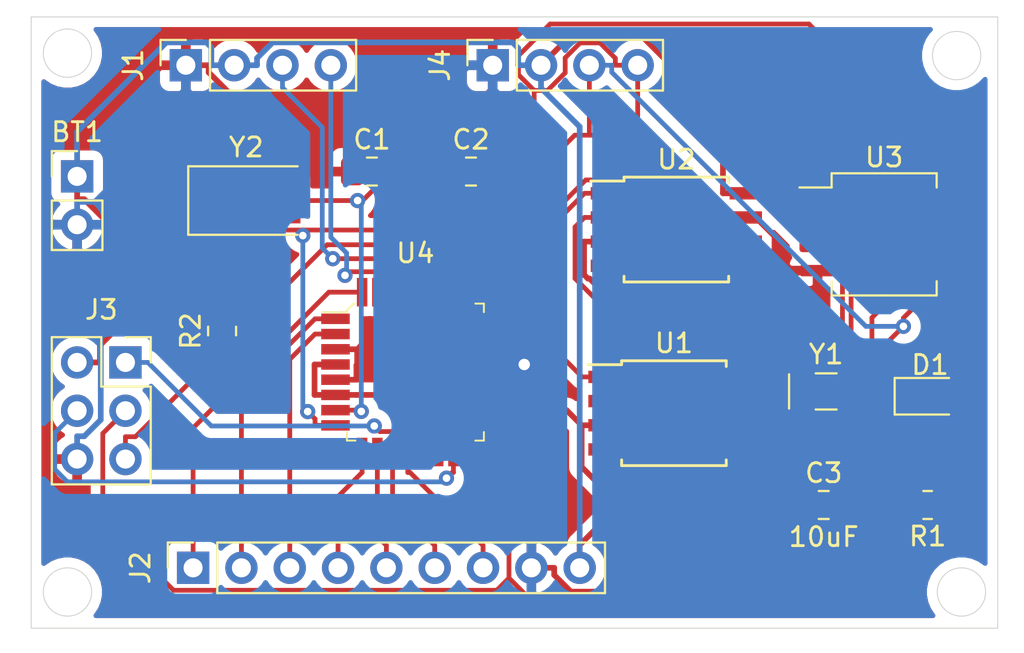
<source format=kicad_pcb>
(kicad_pcb (version 20171130) (host pcbnew 5.1.10-88a1d61d58~90~ubuntu20.04.1)

  (general
    (thickness 1.6)
    (drawings 9)
    (tracks 312)
    (zones 0)
    (modules 17)
    (nets 32)
  )

  (page A4)
  (title_block
    (title "Arduino Clone")
    (date 2021-08-25)
    (rev V1)
    (company "Tech Company")
    (comment 1 "Designed by Igor")
  )

  (layers
    (0 F.Cu signal)
    (31 B.Cu mixed)
    (32 B.Adhes user)
    (33 F.Adhes user)
    (34 B.Paste user)
    (35 F.Paste user)
    (36 B.SilkS user)
    (37 F.SilkS user)
    (38 B.Mask user)
    (39 F.Mask user)
    (40 Dwgs.User user)
    (41 Cmts.User user)
    (42 Eco1.User user)
    (43 Eco2.User user)
    (44 Edge.Cuts user)
    (45 Margin user)
    (46 B.CrtYd user)
    (47 F.CrtYd user)
    (48 B.Fab user)
    (49 F.Fab user)
  )

  (setup
    (last_trace_width 0.25)
    (user_trace_width 0.3)
    (trace_clearance 0.2)
    (zone_clearance 0.508)
    (zone_45_only no)
    (trace_min 0.2)
    (via_size 0.8)
    (via_drill 0.4)
    (via_min_size 0.4)
    (via_min_drill 0.3)
    (user_via 1 0.6)
    (uvia_size 0.3)
    (uvia_drill 0.1)
    (uvias_allowed no)
    (uvia_min_size 0.2)
    (uvia_min_drill 0.1)
    (edge_width 0.05)
    (segment_width 0.2)
    (pcb_text_width 0.3)
    (pcb_text_size 1.5 1.5)
    (mod_edge_width 0.12)
    (mod_text_size 1 1)
    (mod_text_width 0.15)
    (pad_size 1.524 1.524)
    (pad_drill 0.762)
    (pad_to_mask_clearance 0)
    (aux_axis_origin 0 0)
    (visible_elements FFFFFF7F)
    (pcbplotparams
      (layerselection 0x010fc_ffffffff)
      (usegerberextensions true)
      (usegerberattributes false)
      (usegerberadvancedattributes false)
      (creategerberjobfile false)
      (excludeedgelayer true)
      (linewidth 0.100000)
      (plotframeref false)
      (viasonmask false)
      (mode 1)
      (useauxorigin false)
      (hpglpennumber 1)
      (hpglpenspeed 20)
      (hpglpendiameter 15.000000)
      (psnegative false)
      (psa4output false)
      (plotreference true)
      (plotvalue true)
      (plotinvisibletext false)
      (padsonsilk false)
      (subtractmaskfromsilk false)
      (outputformat 1)
      (mirror false)
      (drillshape 0)
      (scaleselection 1)
      (outputdirectory "gerbers/"))
  )

  (net 0 "")
  (net 1 /Vcc)
  (net 2 GNDPWR)
  (net 3 "Net-(C1-Pad2)")
  (net 4 "Net-(C2-Pad2)")
  (net 5 "Net-(D1-Pad1)")
  (net 6 /SCK)
  (net 7 /TX)
  (net 8 /RX)
  (net 9 /D2)
  (net 10 /D3)
  (net 11 /D4)
  (net 12 /D5)
  (net 13 /D6)
  (net 14 /D7)
  (net 15 /D8)
  (net 16 /MISO)
  (net 17 /MOSI)
  (net 18 /RESET)
  (net 19 /SDA)
  (net 20 /SCL)
  (net 21 /ADDS2)
  (net 22 /ADDS1)
  (net 23 "Net-(U3-Pad1)")
  (net 24 "Net-(U3-Pad2)")
  (net 25 "Net-(U3-Pad7)")
  (net 26 "Net-(U4-Pad13)")
  (net 27 "Net-(U4-Pad14)")
  (net 28 "Net-(U4-Pad19)")
  (net 29 "Net-(U4-Pad22)")
  (net 30 "Net-(U4-Pad25)")
  (net 31 "Net-(U4-Pad26)")

  (net_class Default "This is the default net class."
    (clearance 0.2)
    (trace_width 0.25)
    (via_dia 0.8)
    (via_drill 0.4)
    (uvia_dia 0.3)
    (uvia_drill 0.1)
    (add_net /ADDS1)
    (add_net /ADDS2)
    (add_net /D2)
    (add_net /D3)
    (add_net /D4)
    (add_net /D5)
    (add_net /D6)
    (add_net /D7)
    (add_net /D8)
    (add_net /MISO)
    (add_net /MOSI)
    (add_net /RESET)
    (add_net /RX)
    (add_net /SCK)
    (add_net /SCL)
    (add_net /SDA)
    (add_net /TX)
    (add_net "Net-(C1-Pad2)")
    (add_net "Net-(C2-Pad2)")
    (add_net "Net-(D1-Pad1)")
    (add_net "Net-(U3-Pad1)")
    (add_net "Net-(U3-Pad2)")
    (add_net "Net-(U3-Pad7)")
    (add_net "Net-(U4-Pad13)")
    (add_net "Net-(U4-Pad14)")
    (add_net "Net-(U4-Pad19)")
    (add_net "Net-(U4-Pad22)")
    (add_net "Net-(U4-Pad25)")
    (add_net "Net-(U4-Pad26)")
  )

  (net_class Power ""
    (clearance 0.2)
    (trace_width 0.3)
    (via_dia 1)
    (via_drill 0.6)
    (uvia_dia 0.3)
    (uvia_drill 0.1)
    (add_net /Vcc)
    (add_net GNDPWR)
  )

  (module Connector_PinHeader_2.54mm:PinHeader_1x02_P2.54mm_Vertical (layer F.Cu) (tedit 59FED5CC) (tstamp 61270BBB)
    (at 61.976 93.472)
    (descr "Through hole straight pin header, 1x02, 2.54mm pitch, single row")
    (tags "Through hole pin header THT 1x02 2.54mm single row")
    (path /6125734A)
    (fp_text reference BT1 (at 0 -2.33) (layer F.SilkS)
      (effects (font (size 1 1) (thickness 0.15)))
    )
    (fp_text value "Battery 3V" (at 0 4.87) (layer F.Fab)
      (effects (font (size 1 1) (thickness 0.15)))
    )
    (fp_line (start -0.635 -1.27) (end 1.27 -1.27) (layer F.Fab) (width 0.1))
    (fp_line (start 1.27 -1.27) (end 1.27 3.81) (layer F.Fab) (width 0.1))
    (fp_line (start 1.27 3.81) (end -1.27 3.81) (layer F.Fab) (width 0.1))
    (fp_line (start -1.27 3.81) (end -1.27 -0.635) (layer F.Fab) (width 0.1))
    (fp_line (start -1.27 -0.635) (end -0.635 -1.27) (layer F.Fab) (width 0.1))
    (fp_line (start -1.33 3.87) (end 1.33 3.87) (layer F.SilkS) (width 0.12))
    (fp_line (start -1.33 1.27) (end -1.33 3.87) (layer F.SilkS) (width 0.12))
    (fp_line (start 1.33 1.27) (end 1.33 3.87) (layer F.SilkS) (width 0.12))
    (fp_line (start -1.33 1.27) (end 1.33 1.27) (layer F.SilkS) (width 0.12))
    (fp_line (start -1.33 0) (end -1.33 -1.33) (layer F.SilkS) (width 0.12))
    (fp_line (start -1.33 -1.33) (end 0 -1.33) (layer F.SilkS) (width 0.12))
    (fp_line (start -1.8 -1.8) (end -1.8 4.35) (layer F.CrtYd) (width 0.05))
    (fp_line (start -1.8 4.35) (end 1.8 4.35) (layer F.CrtYd) (width 0.05))
    (fp_line (start 1.8 4.35) (end 1.8 -1.8) (layer F.CrtYd) (width 0.05))
    (fp_line (start 1.8 -1.8) (end -1.8 -1.8) (layer F.CrtYd) (width 0.05))
    (fp_text user %R (at 0 1.27 90) (layer F.Fab)
      (effects (font (size 1 1) (thickness 0.15)))
    )
    (pad 1 thru_hole rect (at 0 0) (size 1.7 1.7) (drill 1) (layers *.Cu *.Mask)
      (net 1 /Vcc))
    (pad 2 thru_hole oval (at 0 2.54) (size 1.7 1.7) (drill 1) (layers *.Cu *.Mask)
      (net 2 GNDPWR))
    (model ${KISYS3DMOD}/Connector_PinHeader_2.54mm.3dshapes/PinHeader_1x02_P2.54mm_Vertical.wrl
      (at (xyz 0 0 0))
      (scale (xyz 1 1 1))
      (rotate (xyz 0 0 0))
    )
  )

  (module Capacitor_SMD:C_0805_2012Metric_Pad1.18x1.45mm_HandSolder (layer F.Cu) (tedit 5F68FEEF) (tstamp 6126FDFE)
    (at 77.47 93.218)
    (descr "Capacitor SMD 0805 (2012 Metric), square (rectangular) end terminal, IPC_7351 nominal with elongated pad for handsoldering. (Body size source: IPC-SM-782 page 76, https://www.pcb-3d.com/wordpress/wp-content/uploads/ipc-sm-782a_amendment_1_and_2.pdf, https://docs.google.com/spreadsheets/d/1BsfQQcO9C6DZCsRaXUlFlo91Tg2WpOkGARC1WS5S8t0/edit?usp=sharing), generated with kicad-footprint-generator")
    (tags "capacitor handsolder")
    (path /61257D4E)
    (attr smd)
    (fp_text reference C1 (at 0 -1.68) (layer F.SilkS)
      (effects (font (size 1 1) (thickness 0.15)))
    )
    (fp_text value 22pF (at 0 1.68) (layer F.Fab)
      (effects (font (size 1 1) (thickness 0.15)))
    )
    (fp_line (start -1 0.625) (end -1 -0.625) (layer F.Fab) (width 0.1))
    (fp_line (start -1 -0.625) (end 1 -0.625) (layer F.Fab) (width 0.1))
    (fp_line (start 1 -0.625) (end 1 0.625) (layer F.Fab) (width 0.1))
    (fp_line (start 1 0.625) (end -1 0.625) (layer F.Fab) (width 0.1))
    (fp_line (start -0.261252 -0.735) (end 0.261252 -0.735) (layer F.SilkS) (width 0.12))
    (fp_line (start -0.261252 0.735) (end 0.261252 0.735) (layer F.SilkS) (width 0.12))
    (fp_line (start -1.88 0.98) (end -1.88 -0.98) (layer F.CrtYd) (width 0.05))
    (fp_line (start -1.88 -0.98) (end 1.88 -0.98) (layer F.CrtYd) (width 0.05))
    (fp_line (start 1.88 -0.98) (end 1.88 0.98) (layer F.CrtYd) (width 0.05))
    (fp_line (start 1.88 0.98) (end -1.88 0.98) (layer F.CrtYd) (width 0.05))
    (fp_text user %R (at 0 0) (layer F.Fab)
      (effects (font (size 0.5 0.5) (thickness 0.08)))
    )
    (pad 1 smd roundrect (at -1.0375 0) (size 1.175 1.45) (layers F.Cu F.Paste F.Mask) (roundrect_rratio 0.2127659574468085)
      (net 2 GNDPWR))
    (pad 2 smd roundrect (at 1.0375 0) (size 1.175 1.45) (layers F.Cu F.Paste F.Mask) (roundrect_rratio 0.2127659574468085)
      (net 3 "Net-(C1-Pad2)"))
    (model ${KISYS3DMOD}/Capacitor_SMD.3dshapes/C_0805_2012Metric.wrl
      (at (xyz 0 0 0))
      (scale (xyz 1 1 1))
      (rotate (xyz 0 0 0))
    )
  )

  (module Capacitor_SMD:C_0805_2012Metric_Pad1.18x1.45mm_HandSolder (layer F.Cu) (tedit 5F68FEEF) (tstamp 6126FE0F)
    (at 82.677 93.218)
    (descr "Capacitor SMD 0805 (2012 Metric), square (rectangular) end terminal, IPC_7351 nominal with elongated pad for handsoldering. (Body size source: IPC-SM-782 page 76, https://www.pcb-3d.com/wordpress/wp-content/uploads/ipc-sm-782a_amendment_1_and_2.pdf, https://docs.google.com/spreadsheets/d/1BsfQQcO9C6DZCsRaXUlFlo91Tg2WpOkGARC1WS5S8t0/edit?usp=sharing), generated with kicad-footprint-generator")
    (tags "capacitor handsolder")
    (path /61258301)
    (attr smd)
    (fp_text reference C2 (at 0 -1.68) (layer F.SilkS)
      (effects (font (size 1 1) (thickness 0.15)))
    )
    (fp_text value 22pF (at 0 1.68) (layer F.Fab)
      (effects (font (size 1 1) (thickness 0.15)))
    )
    (fp_line (start -1 0.625) (end -1 -0.625) (layer F.Fab) (width 0.1))
    (fp_line (start -1 -0.625) (end 1 -0.625) (layer F.Fab) (width 0.1))
    (fp_line (start 1 -0.625) (end 1 0.625) (layer F.Fab) (width 0.1))
    (fp_line (start 1 0.625) (end -1 0.625) (layer F.Fab) (width 0.1))
    (fp_line (start -0.261252 -0.735) (end 0.261252 -0.735) (layer F.SilkS) (width 0.12))
    (fp_line (start -0.261252 0.735) (end 0.261252 0.735) (layer F.SilkS) (width 0.12))
    (fp_line (start -1.88 0.98) (end -1.88 -0.98) (layer F.CrtYd) (width 0.05))
    (fp_line (start -1.88 -0.98) (end 1.88 -0.98) (layer F.CrtYd) (width 0.05))
    (fp_line (start 1.88 -0.98) (end 1.88 0.98) (layer F.CrtYd) (width 0.05))
    (fp_line (start 1.88 0.98) (end -1.88 0.98) (layer F.CrtYd) (width 0.05))
    (fp_text user %R (at 0 0) (layer F.Fab)
      (effects (font (size 0.5 0.5) (thickness 0.08)))
    )
    (pad 1 smd roundrect (at -1.0375 0) (size 1.175 1.45) (layers F.Cu F.Paste F.Mask) (roundrect_rratio 0.2127659574468085)
      (net 2 GNDPWR))
    (pad 2 smd roundrect (at 1.0375 0) (size 1.175 1.45) (layers F.Cu F.Paste F.Mask) (roundrect_rratio 0.2127659574468085)
      (net 4 "Net-(C2-Pad2)"))
    (model ${KISYS3DMOD}/Capacitor_SMD.3dshapes/C_0805_2012Metric.wrl
      (at (xyz 0 0 0))
      (scale (xyz 1 1 1))
      (rotate (xyz 0 0 0))
    )
  )

  (module Capacitor_SMD:C_0805_2012Metric_Pad1.18x1.45mm_HandSolder (layer F.Cu) (tedit 5F68FEEF) (tstamp 6126FE20)
    (at 101.219 110.744)
    (descr "Capacitor SMD 0805 (2012 Metric), square (rectangular) end terminal, IPC_7351 nominal with elongated pad for handsoldering. (Body size source: IPC-SM-782 page 76, https://www.pcb-3d.com/wordpress/wp-content/uploads/ipc-sm-782a_amendment_1_and_2.pdf, https://docs.google.com/spreadsheets/d/1BsfQQcO9C6DZCsRaXUlFlo91Tg2WpOkGARC1WS5S8t0/edit?usp=sharing), generated with kicad-footprint-generator")
    (tags "capacitor handsolder")
    (path /61258751)
    (attr smd)
    (fp_text reference C3 (at 0 -1.68) (layer F.SilkS)
      (effects (font (size 1 1) (thickness 0.15)))
    )
    (fp_text value 10uF (at 0 1.68) (layer F.SilkS)
      (effects (font (size 1 1) (thickness 0.15)))
    )
    (fp_line (start 1.88 0.98) (end -1.88 0.98) (layer F.CrtYd) (width 0.05))
    (fp_line (start 1.88 -0.98) (end 1.88 0.98) (layer F.CrtYd) (width 0.05))
    (fp_line (start -1.88 -0.98) (end 1.88 -0.98) (layer F.CrtYd) (width 0.05))
    (fp_line (start -1.88 0.98) (end -1.88 -0.98) (layer F.CrtYd) (width 0.05))
    (fp_line (start -0.261252 0.735) (end 0.261252 0.735) (layer F.SilkS) (width 0.12))
    (fp_line (start -0.261252 -0.735) (end 0.261252 -0.735) (layer F.SilkS) (width 0.12))
    (fp_line (start 1 0.625) (end -1 0.625) (layer F.Fab) (width 0.1))
    (fp_line (start 1 -0.625) (end 1 0.625) (layer F.Fab) (width 0.1))
    (fp_line (start -1 -0.625) (end 1 -0.625) (layer F.Fab) (width 0.1))
    (fp_line (start -1 0.625) (end -1 -0.625) (layer F.Fab) (width 0.1))
    (fp_text user %R (at 0 0) (layer F.Fab)
      (effects (font (size 0.5 0.5) (thickness 0.08)))
    )
    (pad 2 smd roundrect (at 1.0375 0) (size 1.175 1.45) (layers F.Cu F.Paste F.Mask) (roundrect_rratio 0.2127659574468085)
      (net 2 GNDPWR))
    (pad 1 smd roundrect (at -1.0375 0) (size 1.175 1.45) (layers F.Cu F.Paste F.Mask) (roundrect_rratio 0.2127659574468085)
      (net 1 /Vcc))
    (model ${KISYS3DMOD}/Capacitor_SMD.3dshapes/C_0805_2012Metric.wrl
      (at (xyz 0 0 0))
      (scale (xyz 1 1 1))
      (rotate (xyz 0 0 0))
    )
  )

  (module LED_SMD:LED_0805_2012Metric_Pad1.15x1.40mm_HandSolder (layer F.Cu) (tedit 5F68FEF1) (tstamp 612711E3)
    (at 106.807 105.029)
    (descr "LED SMD 0805 (2012 Metric), square (rectangular) end terminal, IPC_7351 nominal, (Body size source: https://docs.google.com/spreadsheets/d/1BsfQQcO9C6DZCsRaXUlFlo91Tg2WpOkGARC1WS5S8t0/edit?usp=sharing), generated with kicad-footprint-generator")
    (tags "LED handsolder")
    (path /61258EF8)
    (attr smd)
    (fp_text reference D1 (at 0 -1.65) (layer F.SilkS)
      (effects (font (size 1 1) (thickness 0.15)))
    )
    (fp_text value LED (at 0 1.65) (layer F.Fab)
      (effects (font (size 1 1) (thickness 0.15)))
    )
    (fp_line (start 1 -0.6) (end -0.7 -0.6) (layer F.Fab) (width 0.1))
    (fp_line (start -0.7 -0.6) (end -1 -0.3) (layer F.Fab) (width 0.1))
    (fp_line (start -1 -0.3) (end -1 0.6) (layer F.Fab) (width 0.1))
    (fp_line (start -1 0.6) (end 1 0.6) (layer F.Fab) (width 0.1))
    (fp_line (start 1 0.6) (end 1 -0.6) (layer F.Fab) (width 0.1))
    (fp_line (start 1 -0.96) (end -1.86 -0.96) (layer F.SilkS) (width 0.12))
    (fp_line (start -1.86 -0.96) (end -1.86 0.96) (layer F.SilkS) (width 0.12))
    (fp_line (start -1.86 0.96) (end 1 0.96) (layer F.SilkS) (width 0.12))
    (fp_line (start -1.85 0.95) (end -1.85 -0.95) (layer F.CrtYd) (width 0.05))
    (fp_line (start -1.85 -0.95) (end 1.85 -0.95) (layer F.CrtYd) (width 0.05))
    (fp_line (start 1.85 -0.95) (end 1.85 0.95) (layer F.CrtYd) (width 0.05))
    (fp_line (start 1.85 0.95) (end -1.85 0.95) (layer F.CrtYd) (width 0.05))
    (fp_text user %R (at 0 0) (layer F.Fab)
      (effects (font (size 0.5 0.5) (thickness 0.08)))
    )
    (pad 1 smd roundrect (at -1.025 0) (size 1.15 1.4) (layers F.Cu F.Paste F.Mask) (roundrect_rratio 0.2173904347826087)
      (net 5 "Net-(D1-Pad1)"))
    (pad 2 smd roundrect (at 1.025 0) (size 1.15 1.4) (layers F.Cu F.Paste F.Mask) (roundrect_rratio 0.2173904347826087)
      (net 6 /SCK))
    (model ${KISYS3DMOD}/LED_SMD.3dshapes/LED_0805_2012Metric.wrl
      (at (xyz 0 0 0))
      (scale (xyz 1 1 1))
      (rotate (xyz 0 0 0))
    )
  )

  (module Connector_PinSocket_2.54mm:PinSocket_1x04_P2.54mm_Vertical (layer F.Cu) (tedit 5A19A429) (tstamp 6126FE4B)
    (at 67.691 87.63 90)
    (descr "Through hole straight socket strip, 1x04, 2.54mm pitch, single row (from Kicad 4.0.7), script generated")
    (tags "Through hole socket strip THT 1x04 2.54mm single row")
    (path /6125BEA7/6125D819)
    (fp_text reference J1 (at 0 -2.77 90) (layer F.SilkS)
      (effects (font (size 1 1) (thickness 0.15)))
    )
    (fp_text value Serial (at 0 10.39 90) (layer F.Fab)
      (effects (font (size 1 1) (thickness 0.15)))
    )
    (fp_line (start -1.8 9.4) (end -1.8 -1.8) (layer F.CrtYd) (width 0.05))
    (fp_line (start 1.75 9.4) (end -1.8 9.4) (layer F.CrtYd) (width 0.05))
    (fp_line (start 1.75 -1.8) (end 1.75 9.4) (layer F.CrtYd) (width 0.05))
    (fp_line (start -1.8 -1.8) (end 1.75 -1.8) (layer F.CrtYd) (width 0.05))
    (fp_line (start 0 -1.33) (end 1.33 -1.33) (layer F.SilkS) (width 0.12))
    (fp_line (start 1.33 -1.33) (end 1.33 0) (layer F.SilkS) (width 0.12))
    (fp_line (start 1.33 1.27) (end 1.33 8.95) (layer F.SilkS) (width 0.12))
    (fp_line (start -1.33 8.95) (end 1.33 8.95) (layer F.SilkS) (width 0.12))
    (fp_line (start -1.33 1.27) (end -1.33 8.95) (layer F.SilkS) (width 0.12))
    (fp_line (start -1.33 1.27) (end 1.33 1.27) (layer F.SilkS) (width 0.12))
    (fp_line (start -1.27 8.89) (end -1.27 -1.27) (layer F.Fab) (width 0.1))
    (fp_line (start 1.27 8.89) (end -1.27 8.89) (layer F.Fab) (width 0.1))
    (fp_line (start 1.27 -0.635) (end 1.27 8.89) (layer F.Fab) (width 0.1))
    (fp_line (start 0.635 -1.27) (end 1.27 -0.635) (layer F.Fab) (width 0.1))
    (fp_line (start -1.27 -1.27) (end 0.635 -1.27) (layer F.Fab) (width 0.1))
    (fp_text user %R (at 0 3.81) (layer F.Fab)
      (effects (font (size 1 1) (thickness 0.15)))
    )
    (pad 4 thru_hole oval (at 0 7.62 90) (size 1.7 1.7) (drill 1) (layers *.Cu *.Mask)
      (net 7 /TX))
    (pad 3 thru_hole oval (at 0 5.08 90) (size 1.7 1.7) (drill 1) (layers *.Cu *.Mask)
      (net 8 /RX))
    (pad 2 thru_hole oval (at 0 2.54 90) (size 1.7 1.7) (drill 1) (layers *.Cu *.Mask)
      (net 1 /Vcc))
    (pad 1 thru_hole rect (at 0 0 90) (size 1.7 1.7) (drill 1) (layers *.Cu *.Mask)
      (net 2 GNDPWR))
    (model ${KISYS3DMOD}/Connector_PinSocket_2.54mm.3dshapes/PinSocket_1x04_P2.54mm_Vertical.wrl
      (at (xyz 0 0 0))
      (scale (xyz 1 1 1))
      (rotate (xyz 0 0 0))
    )
  )

  (module Connector_PinSocket_2.54mm:PinSocket_1x09_P2.54mm_Vertical (layer F.Cu) (tedit 5A19A431) (tstamp 6126FE68)
    (at 68.072 114.046 90)
    (descr "Through hole straight socket strip, 1x09, 2.54mm pitch, single row (from Kicad 4.0.7), script generated")
    (tags "Through hole socket strip THT 1x09 2.54mm single row")
    (path /6125BEA7/6125CEE6)
    (fp_text reference J2 (at 0 -2.77 90) (layer F.SilkS)
      (effects (font (size 1 1) (thickness 0.15)))
    )
    (fp_text value "Digital pins" (at 0 23.09 90) (layer F.Fab)
      (effects (font (size 1 1) (thickness 0.15)))
    )
    (fp_line (start -1.27 -1.27) (end 0.635 -1.27) (layer F.Fab) (width 0.1))
    (fp_line (start 0.635 -1.27) (end 1.27 -0.635) (layer F.Fab) (width 0.1))
    (fp_line (start 1.27 -0.635) (end 1.27 21.59) (layer F.Fab) (width 0.1))
    (fp_line (start 1.27 21.59) (end -1.27 21.59) (layer F.Fab) (width 0.1))
    (fp_line (start -1.27 21.59) (end -1.27 -1.27) (layer F.Fab) (width 0.1))
    (fp_line (start -1.33 1.27) (end 1.33 1.27) (layer F.SilkS) (width 0.12))
    (fp_line (start -1.33 1.27) (end -1.33 21.65) (layer F.SilkS) (width 0.12))
    (fp_line (start -1.33 21.65) (end 1.33 21.65) (layer F.SilkS) (width 0.12))
    (fp_line (start 1.33 1.27) (end 1.33 21.65) (layer F.SilkS) (width 0.12))
    (fp_line (start 1.33 -1.33) (end 1.33 0) (layer F.SilkS) (width 0.12))
    (fp_line (start 0 -1.33) (end 1.33 -1.33) (layer F.SilkS) (width 0.12))
    (fp_line (start -1.8 -1.8) (end 1.75 -1.8) (layer F.CrtYd) (width 0.05))
    (fp_line (start 1.75 -1.8) (end 1.75 22.1) (layer F.CrtYd) (width 0.05))
    (fp_line (start 1.75 22.1) (end -1.8 22.1) (layer F.CrtYd) (width 0.05))
    (fp_line (start -1.8 22.1) (end -1.8 -1.8) (layer F.CrtYd) (width 0.05))
    (fp_text user %R (at 0 10.16) (layer F.Fab)
      (effects (font (size 1 1) (thickness 0.15)))
    )
    (pad 1 thru_hole rect (at 0 0 90) (size 1.7 1.7) (drill 1) (layers *.Cu *.Mask)
      (net 9 /D2))
    (pad 2 thru_hole oval (at 0 2.54 90) (size 1.7 1.7) (drill 1) (layers *.Cu *.Mask)
      (net 10 /D3))
    (pad 3 thru_hole oval (at 0 5.08 90) (size 1.7 1.7) (drill 1) (layers *.Cu *.Mask)
      (net 11 /D4))
    (pad 4 thru_hole oval (at 0 7.62 90) (size 1.7 1.7) (drill 1) (layers *.Cu *.Mask)
      (net 12 /D5))
    (pad 5 thru_hole oval (at 0 10.16 90) (size 1.7 1.7) (drill 1) (layers *.Cu *.Mask)
      (net 13 /D6))
    (pad 6 thru_hole oval (at 0 12.7 90) (size 1.7 1.7) (drill 1) (layers *.Cu *.Mask)
      (net 14 /D7))
    (pad 7 thru_hole oval (at 0 15.24 90) (size 1.7 1.7) (drill 1) (layers *.Cu *.Mask)
      (net 15 /D8))
    (pad 8 thru_hole oval (at 0 17.78 90) (size 1.7 1.7) (drill 1) (layers *.Cu *.Mask)
      (net 2 GNDPWR))
    (pad 9 thru_hole oval (at 0 20.32 90) (size 1.7 1.7) (drill 1) (layers *.Cu *.Mask)
      (net 1 /Vcc))
    (model ${KISYS3DMOD}/Connector_PinSocket_2.54mm.3dshapes/PinSocket_1x09_P2.54mm_Vertical.wrl
      (at (xyz 0 0 0))
      (scale (xyz 1 1 1))
      (rotate (xyz 0 0 0))
    )
  )

  (module Connector_PinSocket_2.54mm:PinSocket_2x03_P2.54mm_Vertical (layer F.Cu) (tedit 5A19A425) (tstamp 6126FE84)
    (at 64.516 103.251)
    (descr "Through hole straight socket strip, 2x03, 2.54mm pitch, double cols (from Kicad 4.0.7), script generated")
    (tags "Through hole socket strip THT 2x03 2.54mm double row")
    (path /6125BEA7/6125E2C1)
    (fp_text reference J3 (at -1.27 -2.77) (layer F.SilkS)
      (effects (font (size 1 1) (thickness 0.15)))
    )
    (fp_text value ICSP (at -1.27 7.85) (layer F.Fab)
      (effects (font (size 1 1) (thickness 0.15)))
    )
    (fp_line (start -3.81 -1.27) (end 0.27 -1.27) (layer F.Fab) (width 0.1))
    (fp_line (start 0.27 -1.27) (end 1.27 -0.27) (layer F.Fab) (width 0.1))
    (fp_line (start 1.27 -0.27) (end 1.27 6.35) (layer F.Fab) (width 0.1))
    (fp_line (start 1.27 6.35) (end -3.81 6.35) (layer F.Fab) (width 0.1))
    (fp_line (start -3.81 6.35) (end -3.81 -1.27) (layer F.Fab) (width 0.1))
    (fp_line (start -3.87 -1.33) (end -1.27 -1.33) (layer F.SilkS) (width 0.12))
    (fp_line (start -3.87 -1.33) (end -3.87 6.41) (layer F.SilkS) (width 0.12))
    (fp_line (start -3.87 6.41) (end 1.33 6.41) (layer F.SilkS) (width 0.12))
    (fp_line (start 1.33 1.27) (end 1.33 6.41) (layer F.SilkS) (width 0.12))
    (fp_line (start -1.27 1.27) (end 1.33 1.27) (layer F.SilkS) (width 0.12))
    (fp_line (start -1.27 -1.33) (end -1.27 1.27) (layer F.SilkS) (width 0.12))
    (fp_line (start 1.33 -1.33) (end 1.33 0) (layer F.SilkS) (width 0.12))
    (fp_line (start 0 -1.33) (end 1.33 -1.33) (layer F.SilkS) (width 0.12))
    (fp_line (start -4.34 -1.8) (end 1.76 -1.8) (layer F.CrtYd) (width 0.05))
    (fp_line (start 1.76 -1.8) (end 1.76 6.85) (layer F.CrtYd) (width 0.05))
    (fp_line (start 1.76 6.85) (end -4.34 6.85) (layer F.CrtYd) (width 0.05))
    (fp_line (start -4.34 6.85) (end -4.34 -1.8) (layer F.CrtYd) (width 0.05))
    (fp_text user %R (at -1.27 2.54 90) (layer F.Fab)
      (effects (font (size 1 1) (thickness 0.15)))
    )
    (pad 1 thru_hole rect (at 0 0) (size 1.7 1.7) (drill 1) (layers *.Cu *.Mask)
      (net 16 /MISO))
    (pad 2 thru_hole oval (at -2.54 0) (size 1.7 1.7) (drill 1) (layers *.Cu *.Mask)
      (net 1 /Vcc))
    (pad 3 thru_hole oval (at 0 2.54) (size 1.7 1.7) (drill 1) (layers *.Cu *.Mask)
      (net 6 /SCK))
    (pad 4 thru_hole oval (at -2.54 2.54) (size 1.7 1.7) (drill 1) (layers *.Cu *.Mask)
      (net 17 /MOSI))
    (pad 5 thru_hole oval (at 0 5.08) (size 1.7 1.7) (drill 1) (layers *.Cu *.Mask)
      (net 18 /RESET))
    (pad 6 thru_hole oval (at -2.54 5.08) (size 1.7 1.7) (drill 1) (layers *.Cu *.Mask)
      (net 2 GNDPWR))
    (model ${KISYS3DMOD}/Connector_PinSocket_2.54mm.3dshapes/PinSocket_2x03_P2.54mm_Vertical.wrl
      (at (xyz 0 0 0))
      (scale (xyz 1 1 1))
      (rotate (xyz 0 0 0))
    )
  )

  (module Connector_PinSocket_2.54mm:PinSocket_1x04_P2.54mm_Vertical (layer F.Cu) (tedit 5A19A429) (tstamp 6126FE9C)
    (at 83.82 87.63 90)
    (descr "Through hole straight socket strip, 1x04, 2.54mm pitch, single row (from Kicad 4.0.7), script generated")
    (tags "Through hole socket strip THT 1x04 2.54mm single row")
    (path /6125BEA7/6125E782)
    (fp_text reference J4 (at 0 -2.77 90) (layer F.SilkS)
      (effects (font (size 1 1) (thickness 0.15)))
    )
    (fp_text value I2C (at 0 10.39 90) (layer F.Fab)
      (effects (font (size 1 1) (thickness 0.15)))
    )
    (fp_line (start -1.27 -1.27) (end 0.635 -1.27) (layer F.Fab) (width 0.1))
    (fp_line (start 0.635 -1.27) (end 1.27 -0.635) (layer F.Fab) (width 0.1))
    (fp_line (start 1.27 -0.635) (end 1.27 8.89) (layer F.Fab) (width 0.1))
    (fp_line (start 1.27 8.89) (end -1.27 8.89) (layer F.Fab) (width 0.1))
    (fp_line (start -1.27 8.89) (end -1.27 -1.27) (layer F.Fab) (width 0.1))
    (fp_line (start -1.33 1.27) (end 1.33 1.27) (layer F.SilkS) (width 0.12))
    (fp_line (start -1.33 1.27) (end -1.33 8.95) (layer F.SilkS) (width 0.12))
    (fp_line (start -1.33 8.95) (end 1.33 8.95) (layer F.SilkS) (width 0.12))
    (fp_line (start 1.33 1.27) (end 1.33 8.95) (layer F.SilkS) (width 0.12))
    (fp_line (start 1.33 -1.33) (end 1.33 0) (layer F.SilkS) (width 0.12))
    (fp_line (start 0 -1.33) (end 1.33 -1.33) (layer F.SilkS) (width 0.12))
    (fp_line (start -1.8 -1.8) (end 1.75 -1.8) (layer F.CrtYd) (width 0.05))
    (fp_line (start 1.75 -1.8) (end 1.75 9.4) (layer F.CrtYd) (width 0.05))
    (fp_line (start 1.75 9.4) (end -1.8 9.4) (layer F.CrtYd) (width 0.05))
    (fp_line (start -1.8 9.4) (end -1.8 -1.8) (layer F.CrtYd) (width 0.05))
    (fp_text user %R (at 0 3.81) (layer F.Fab)
      (effects (font (size 1 1) (thickness 0.15)))
    )
    (pad 1 thru_hole rect (at 0 0 90) (size 1.7 1.7) (drill 1) (layers *.Cu *.Mask)
      (net 2 GNDPWR))
    (pad 2 thru_hole oval (at 0 2.54 90) (size 1.7 1.7) (drill 1) (layers *.Cu *.Mask)
      (net 1 /Vcc))
    (pad 3 thru_hole oval (at 0 5.08 90) (size 1.7 1.7) (drill 1) (layers *.Cu *.Mask)
      (net 19 /SDA))
    (pad 4 thru_hole oval (at 0 7.62 90) (size 1.7 1.7) (drill 1) (layers *.Cu *.Mask)
      (net 20 /SCL))
    (model ${KISYS3DMOD}/Connector_PinSocket_2.54mm.3dshapes/PinSocket_1x04_P2.54mm_Vertical.wrl
      (at (xyz 0 0 0))
      (scale (xyz 1 1 1))
      (rotate (xyz 0 0 0))
    )
  )

  (module Resistor_SMD:R_0805_2012Metric_Pad1.20x1.40mm_HandSolder (layer F.Cu) (tedit 5F68FEEE) (tstamp 61270D3F)
    (at 106.68 110.744 180)
    (descr "Resistor SMD 0805 (2012 Metric), square (rectangular) end terminal, IPC_7351 nominal with elongated pad for handsoldering. (Body size source: IPC-SM-782 page 72, https://www.pcb-3d.com/wordpress/wp-content/uploads/ipc-sm-782a_amendment_1_and_2.pdf), generated with kicad-footprint-generator")
    (tags "resistor handsolder")
    (path /6125A618)
    (attr smd)
    (fp_text reference R1 (at 0 -1.65) (layer F.SilkS)
      (effects (font (size 1 1) (thickness 0.15)))
    )
    (fp_text value 330Ohm (at 0 1.65) (layer F.Fab)
      (effects (font (size 1 1) (thickness 0.15)))
    )
    (fp_line (start -1 0.625) (end -1 -0.625) (layer F.Fab) (width 0.1))
    (fp_line (start -1 -0.625) (end 1 -0.625) (layer F.Fab) (width 0.1))
    (fp_line (start 1 -0.625) (end 1 0.625) (layer F.Fab) (width 0.1))
    (fp_line (start 1 0.625) (end -1 0.625) (layer F.Fab) (width 0.1))
    (fp_line (start -0.227064 -0.735) (end 0.227064 -0.735) (layer F.SilkS) (width 0.12))
    (fp_line (start -0.227064 0.735) (end 0.227064 0.735) (layer F.SilkS) (width 0.12))
    (fp_line (start -1.85 0.95) (end -1.85 -0.95) (layer F.CrtYd) (width 0.05))
    (fp_line (start -1.85 -0.95) (end 1.85 -0.95) (layer F.CrtYd) (width 0.05))
    (fp_line (start 1.85 -0.95) (end 1.85 0.95) (layer F.CrtYd) (width 0.05))
    (fp_line (start 1.85 0.95) (end -1.85 0.95) (layer F.CrtYd) (width 0.05))
    (fp_text user %R (at 0 0) (layer F.Fab)
      (effects (font (size 0.5 0.5) (thickness 0.08)))
    )
    (pad 1 smd roundrect (at -1 0 180) (size 1.2 1.4) (layers F.Cu F.Paste F.Mask) (roundrect_rratio 0.2083325)
      (net 5 "Net-(D1-Pad1)"))
    (pad 2 smd roundrect (at 1 0 180) (size 1.2 1.4) (layers F.Cu F.Paste F.Mask) (roundrect_rratio 0.2083325)
      (net 2 GNDPWR))
    (model ${KISYS3DMOD}/Resistor_SMD.3dshapes/R_0805_2012Metric.wrl
      (at (xyz 0 0 0))
      (scale (xyz 1 1 1))
      (rotate (xyz 0 0 0))
    )
  )

  (module Resistor_SMD:R_0805_2012Metric_Pad1.20x1.40mm_HandSolder (layer F.Cu) (tedit 5F68FEEE) (tstamp 6126FEBE)
    (at 69.596 101.6 90)
    (descr "Resistor SMD 0805 (2012 Metric), square (rectangular) end terminal, IPC_7351 nominal with elongated pad for handsoldering. (Body size source: IPC-SM-782 page 72, https://www.pcb-3d.com/wordpress/wp-content/uploads/ipc-sm-782a_amendment_1_and_2.pdf), generated with kicad-footprint-generator")
    (tags "resistor handsolder")
    (path /6125A917)
    (attr smd)
    (fp_text reference R2 (at 0 -1.65 90) (layer F.SilkS)
      (effects (font (size 1 1) (thickness 0.15)))
    )
    (fp_text value 10KOhm (at 0 1.65 90) (layer F.Fab)
      (effects (font (size 1 1) (thickness 0.15)))
    )
    (fp_line (start 1.85 0.95) (end -1.85 0.95) (layer F.CrtYd) (width 0.05))
    (fp_line (start 1.85 -0.95) (end 1.85 0.95) (layer F.CrtYd) (width 0.05))
    (fp_line (start -1.85 -0.95) (end 1.85 -0.95) (layer F.CrtYd) (width 0.05))
    (fp_line (start -1.85 0.95) (end -1.85 -0.95) (layer F.CrtYd) (width 0.05))
    (fp_line (start -0.227064 0.735) (end 0.227064 0.735) (layer F.SilkS) (width 0.12))
    (fp_line (start -0.227064 -0.735) (end 0.227064 -0.735) (layer F.SilkS) (width 0.12))
    (fp_line (start 1 0.625) (end -1 0.625) (layer F.Fab) (width 0.1))
    (fp_line (start 1 -0.625) (end 1 0.625) (layer F.Fab) (width 0.1))
    (fp_line (start -1 -0.625) (end 1 -0.625) (layer F.Fab) (width 0.1))
    (fp_line (start -1 0.625) (end -1 -0.625) (layer F.Fab) (width 0.1))
    (fp_text user %R (at 0 0 90) (layer F.Fab)
      (effects (font (size 0.5 0.5) (thickness 0.08)))
    )
    (pad 2 smd roundrect (at 1 0 90) (size 1.2 1.4) (layers F.Cu F.Paste F.Mask) (roundrect_rratio 0.2083325)
      (net 1 /Vcc))
    (pad 1 smd roundrect (at -1 0 90) (size 1.2 1.4) (layers F.Cu F.Paste F.Mask) (roundrect_rratio 0.2083325)
      (net 18 /RESET))
    (model ${KISYS3DMOD}/Resistor_SMD.3dshapes/R_0805_2012Metric.wrl
      (at (xyz 0 0 0))
      (scale (xyz 1 1 1))
      (rotate (xyz 0 0 0))
    )
  )

  (module Package_SO:SOIJ-8_5.3x5.3mm_P1.27mm (layer F.Cu) (tedit 5A02F2D3) (tstamp 6126FEDB)
    (at 93.345 105.918)
    (descr "8-Lead Plastic Small Outline (SM) - Medium, 5.28 mm Body [SOIC] (see Microchip Packaging Specification 00000049BS.pdf)")
    (tags "SOIC 1.27")
    (path /6125BB2B)
    (attr smd)
    (fp_text reference U1 (at 0 -3.68) (layer F.SilkS)
      (effects (font (size 1 1) (thickness 0.15)))
    )
    (fp_text value 24LC1025 (at 0 3.68) (layer F.Fab)
      (effects (font (size 1 1) (thickness 0.15)))
    )
    (fp_line (start -2.75 -2.55) (end -4.5 -2.55) (layer F.SilkS) (width 0.15))
    (fp_line (start -2.75 2.755) (end 2.75 2.755) (layer F.SilkS) (width 0.15))
    (fp_line (start -2.75 -2.755) (end 2.75 -2.755) (layer F.SilkS) (width 0.15))
    (fp_line (start -2.75 2.755) (end -2.75 2.455) (layer F.SilkS) (width 0.15))
    (fp_line (start 2.75 2.755) (end 2.75 2.455) (layer F.SilkS) (width 0.15))
    (fp_line (start 2.75 -2.755) (end 2.75 -2.455) (layer F.SilkS) (width 0.15))
    (fp_line (start -2.75 -2.755) (end -2.75 -2.55) (layer F.SilkS) (width 0.15))
    (fp_line (start -4.75 2.95) (end 4.75 2.95) (layer F.CrtYd) (width 0.05))
    (fp_line (start -4.75 -2.95) (end 4.75 -2.95) (layer F.CrtYd) (width 0.05))
    (fp_line (start 4.75 -2.95) (end 4.75 2.95) (layer F.CrtYd) (width 0.05))
    (fp_line (start -4.75 -2.95) (end -4.75 2.95) (layer F.CrtYd) (width 0.05))
    (fp_line (start -2.65 -1.65) (end -1.65 -2.65) (layer F.Fab) (width 0.15))
    (fp_line (start -2.65 2.65) (end -2.65 -1.65) (layer F.Fab) (width 0.15))
    (fp_line (start 2.65 2.65) (end -2.65 2.65) (layer F.Fab) (width 0.15))
    (fp_line (start 2.65 -2.65) (end 2.65 2.65) (layer F.Fab) (width 0.15))
    (fp_line (start -1.65 -2.65) (end 2.65 -2.65) (layer F.Fab) (width 0.15))
    (fp_text user %R (at 0 0) (layer F.Fab)
      (effects (font (size 1 1) (thickness 0.15)))
    )
    (pad 8 smd rect (at 3.65 -1.905) (size 1.7 0.65) (layers F.Cu F.Paste F.Mask)
      (net 1 /Vcc))
    (pad 7 smd rect (at 3.65 -0.635) (size 1.7 0.65) (layers F.Cu F.Paste F.Mask)
      (net 2 GNDPWR))
    (pad 6 smd rect (at 3.65 0.635) (size 1.7 0.65) (layers F.Cu F.Paste F.Mask)
      (net 20 /SCL))
    (pad 5 smd rect (at 3.65 1.905) (size 1.7 0.65) (layers F.Cu F.Paste F.Mask)
      (net 19 /SDA))
    (pad 4 smd rect (at -3.65 1.905) (size 1.7 0.65) (layers F.Cu F.Paste F.Mask)
      (net 2 GNDPWR))
    (pad 3 smd rect (at -3.65 0.635) (size 1.7 0.65) (layers F.Cu F.Paste F.Mask)
      (net 1 /Vcc))
    (pad 2 smd rect (at -3.65 -0.635) (size 1.7 0.65) (layers F.Cu F.Paste F.Mask)
      (net 21 /ADDS2))
    (pad 1 smd rect (at -3.65 -1.905) (size 1.7 0.65) (layers F.Cu F.Paste F.Mask)
      (net 22 /ADDS1))
    (model ${KISYS3DMOD}/Package_SO.3dshapes/SOIJ-8_5.3x5.3mm_P1.27mm.wrl
      (at (xyz 0 0 0))
      (scale (xyz 1 1 1))
      (rotate (xyz 0 0 0))
    )
  )

  (module Package_SO:SOIJ-8_5.3x5.3mm_P1.27mm (layer F.Cu) (tedit 5A02F2D3) (tstamp 61270ABE)
    (at 93.472 96.266)
    (descr "8-Lead Plastic Small Outline (SM) - Medium, 5.28 mm Body [SOIC] (see Microchip Packaging Specification 00000049BS.pdf)")
    (tags "SOIC 1.27")
    (path /6125B11C)
    (attr smd)
    (fp_text reference U2 (at 0 -3.68) (layer F.SilkS)
      (effects (font (size 1 1) (thickness 0.15)))
    )
    (fp_text value 24LC1025 (at 0 3.68) (layer F.Fab)
      (effects (font (size 1 1) (thickness 0.15)))
    )
    (fp_line (start -1.65 -2.65) (end 2.65 -2.65) (layer F.Fab) (width 0.15))
    (fp_line (start 2.65 -2.65) (end 2.65 2.65) (layer F.Fab) (width 0.15))
    (fp_line (start 2.65 2.65) (end -2.65 2.65) (layer F.Fab) (width 0.15))
    (fp_line (start -2.65 2.65) (end -2.65 -1.65) (layer F.Fab) (width 0.15))
    (fp_line (start -2.65 -1.65) (end -1.65 -2.65) (layer F.Fab) (width 0.15))
    (fp_line (start -4.75 -2.95) (end -4.75 2.95) (layer F.CrtYd) (width 0.05))
    (fp_line (start 4.75 -2.95) (end 4.75 2.95) (layer F.CrtYd) (width 0.05))
    (fp_line (start -4.75 -2.95) (end 4.75 -2.95) (layer F.CrtYd) (width 0.05))
    (fp_line (start -4.75 2.95) (end 4.75 2.95) (layer F.CrtYd) (width 0.05))
    (fp_line (start -2.75 -2.755) (end -2.75 -2.55) (layer F.SilkS) (width 0.15))
    (fp_line (start 2.75 -2.755) (end 2.75 -2.455) (layer F.SilkS) (width 0.15))
    (fp_line (start 2.75 2.755) (end 2.75 2.455) (layer F.SilkS) (width 0.15))
    (fp_line (start -2.75 2.755) (end -2.75 2.455) (layer F.SilkS) (width 0.15))
    (fp_line (start -2.75 -2.755) (end 2.75 -2.755) (layer F.SilkS) (width 0.15))
    (fp_line (start -2.75 2.755) (end 2.75 2.755) (layer F.SilkS) (width 0.15))
    (fp_line (start -2.75 -2.55) (end -4.5 -2.55) (layer F.SilkS) (width 0.15))
    (fp_text user %R (at 0 0) (layer F.Fab)
      (effects (font (size 1 1) (thickness 0.15)))
    )
    (pad 1 smd rect (at -3.65 -1.905) (size 1.7 0.65) (layers F.Cu F.Paste F.Mask)
      (net 22 /ADDS1))
    (pad 2 smd rect (at -3.65 -0.635) (size 1.7 0.65) (layers F.Cu F.Paste F.Mask)
      (net 21 /ADDS2))
    (pad 3 smd rect (at -3.65 0.635) (size 1.7 0.65) (layers F.Cu F.Paste F.Mask)
      (net 1 /Vcc))
    (pad 4 smd rect (at -3.65 1.905) (size 1.7 0.65) (layers F.Cu F.Paste F.Mask)
      (net 2 GNDPWR))
    (pad 5 smd rect (at 3.65 1.905) (size 1.7 0.65) (layers F.Cu F.Paste F.Mask)
      (net 19 /SDA))
    (pad 6 smd rect (at 3.65 0.635) (size 1.7 0.65) (layers F.Cu F.Paste F.Mask)
      (net 20 /SCL))
    (pad 7 smd rect (at 3.65 -0.635) (size 1.7 0.65) (layers F.Cu F.Paste F.Mask)
      (net 2 GNDPWR))
    (pad 8 smd rect (at 3.65 -1.905) (size 1.7 0.65) (layers F.Cu F.Paste F.Mask)
      (net 1 /Vcc))
    (model ${KISYS3DMOD}/Package_SO.3dshapes/SOIJ-8_5.3x5.3mm_P1.27mm.wrl
      (at (xyz 0 0 0))
      (scale (xyz 1 1 1))
      (rotate (xyz 0 0 0))
    )
  )

  (module Package_SO:SO-8_5.3x6.2mm_P1.27mm (layer F.Cu) (tedit 5EA5315B) (tstamp 61270A66)
    (at 104.394 96.52)
    (descr "SO, 8 Pin (https://www.ti.com/lit/ml/msop001a/msop001a.pdf), generated with kicad-footprint-generator ipc_gullwing_generator.py")
    (tags "SO SO")
    (path /61269243)
    (attr smd)
    (fp_text reference U3 (at 0 -4.05) (layer F.SilkS)
      (effects (font (size 1 1) (thickness 0.15)))
    )
    (fp_text value DS1337S+ (at 0 4.05) (layer F.Fab)
      (effects (font (size 1 1) (thickness 0.15)))
    )
    (fp_line (start 0 3.21) (end 2.76 3.21) (layer F.SilkS) (width 0.12))
    (fp_line (start 2.76 3.21) (end 2.76 2.465) (layer F.SilkS) (width 0.12))
    (fp_line (start 0 3.21) (end -2.76 3.21) (layer F.SilkS) (width 0.12))
    (fp_line (start -2.76 3.21) (end -2.76 2.465) (layer F.SilkS) (width 0.12))
    (fp_line (start 0 -3.21) (end 2.76 -3.21) (layer F.SilkS) (width 0.12))
    (fp_line (start 2.76 -3.21) (end 2.76 -2.465) (layer F.SilkS) (width 0.12))
    (fp_line (start 0 -3.21) (end -2.76 -3.21) (layer F.SilkS) (width 0.12))
    (fp_line (start -2.76 -3.21) (end -2.76 -2.465) (layer F.SilkS) (width 0.12))
    (fp_line (start -2.76 -2.465) (end -4.45 -2.465) (layer F.SilkS) (width 0.12))
    (fp_line (start -1.65 -3.1) (end 2.65 -3.1) (layer F.Fab) (width 0.1))
    (fp_line (start 2.65 -3.1) (end 2.65 3.1) (layer F.Fab) (width 0.1))
    (fp_line (start 2.65 3.1) (end -2.65 3.1) (layer F.Fab) (width 0.1))
    (fp_line (start -2.65 3.1) (end -2.65 -2.1) (layer F.Fab) (width 0.1))
    (fp_line (start -2.65 -2.1) (end -1.65 -3.1) (layer F.Fab) (width 0.1))
    (fp_line (start -4.7 -3.35) (end -4.7 3.35) (layer F.CrtYd) (width 0.05))
    (fp_line (start -4.7 3.35) (end 4.7 3.35) (layer F.CrtYd) (width 0.05))
    (fp_line (start 4.7 3.35) (end 4.7 -3.35) (layer F.CrtYd) (width 0.05))
    (fp_line (start 4.7 -3.35) (end -4.7 -3.35) (layer F.CrtYd) (width 0.05))
    (fp_text user %R (at 0 0) (layer F.Fab)
      (effects (font (size 1 1) (thickness 0.15)))
    )
    (pad 1 smd roundrect (at -3.5 -1.905) (size 1.9 0.6) (layers F.Cu F.Paste F.Mask) (roundrect_rratio 0.25)
      (net 23 "Net-(U3-Pad1)"))
    (pad 2 smd roundrect (at -3.5 -0.635) (size 1.9 0.6) (layers F.Cu F.Paste F.Mask) (roundrect_rratio 0.25)
      (net 24 "Net-(U3-Pad2)"))
    (pad 3 smd roundrect (at -3.5 0.635) (size 1.9 0.6) (layers F.Cu F.Paste F.Mask) (roundrect_rratio 0.25)
      (net 1 /Vcc))
    (pad 4 smd roundrect (at -3.5 1.905) (size 1.9 0.6) (layers F.Cu F.Paste F.Mask) (roundrect_rratio 0.25)
      (net 2 GNDPWR))
    (pad 5 smd roundrect (at 3.5 1.905) (size 1.9 0.6) (layers F.Cu F.Paste F.Mask) (roundrect_rratio 0.25)
      (net 19 /SDA))
    (pad 6 smd roundrect (at 3.5 0.635) (size 1.9 0.6) (layers F.Cu F.Paste F.Mask) (roundrect_rratio 0.25)
      (net 20 /SCL))
    (pad 7 smd roundrect (at 3.5 -0.635) (size 1.9 0.6) (layers F.Cu F.Paste F.Mask) (roundrect_rratio 0.25)
      (net 25 "Net-(U3-Pad7)"))
    (pad 8 smd roundrect (at 3.5 -1.905) (size 1.9 0.6) (layers F.Cu F.Paste F.Mask) (roundrect_rratio 0.25)
      (net 1 /Vcc))
    (model ${KISYS3DMOD}/Package_SO.3dshapes/SO-8_5.3x6.2mm_P1.27mm.wrl
      (at (xyz 0 0 0))
      (scale (xyz 1 1 1))
      (rotate (xyz 0 0 0))
    )
  )

  (module digikey-footprints:TQFP-32_7x7mm (layer F.Cu) (tedit 5D28AA5E) (tstamp 61270678)
    (at 79.756 103.759)
    (descr http://www.atmel.com/Images/Atmel-8826-SEEPROM-PCB-Mounting-Guidelines-Surface-Mount-Packages-ApplicationNote.pdf)
    (path /612603EF)
    (attr smd)
    (fp_text reference U4 (at 0 -6.25) (layer F.SilkS)
      (effects (font (size 1 1) (thickness 0.15)))
    )
    (fp_text value ATMEGA328P-AU (at 0 6.2) (layer F.Fab)
      (effects (font (size 1 1) (thickness 0.15)))
    )
    (fp_line (start -5.2 5.2) (end 5.2 5.2) (layer F.CrtYd) (width 0.05))
    (fp_line (start -5.2 -5.2) (end -5.2 5.2) (layer F.CrtYd) (width 0.05))
    (fp_line (start 5.2 -5.2) (end 5.2 5.2) (layer F.CrtYd) (width 0.05))
    (fp_line (start -5.2 -5.2) (end 5.2 -5.2) (layer F.CrtYd) (width 0.05))
    (fp_line (start -3.15 -3.6) (end -3.25 -3.6) (layer F.SilkS) (width 0.1))
    (fp_line (start -3.25 -3.6) (end -3.6 -3.25) (layer F.SilkS) (width 0.1))
    (fp_line (start -3.6 -3.25) (end -3.6 -3.15) (layer F.SilkS) (width 0.1))
    (fp_line (start -3.6 -3.15) (end -4.9 -3.15) (layer F.SilkS) (width 0.1))
    (fp_line (start 3.6 -3.6) (end 3.15 -3.6) (layer F.SilkS) (width 0.1))
    (fp_line (start 3.6 -3.6) (end 3.6 -3.15) (layer F.SilkS) (width 0.1))
    (fp_line (start 3.6 3.6) (end 3.6 3.15) (layer F.SilkS) (width 0.1))
    (fp_line (start 3.6 3.6) (end 3.15 3.6) (layer F.SilkS) (width 0.1))
    (fp_line (start -3.6 3.6) (end -3.15 3.6) (layer F.SilkS) (width 0.1))
    (fp_line (start -3.6 3.6) (end -3.6 3.15) (layer F.SilkS) (width 0.1))
    (fp_line (start -3.5 -3.2) (end -3.5 3.5) (layer F.Fab) (width 0.1))
    (fp_line (start -3.2 -3.5) (end 3.5 -3.5) (layer F.Fab) (width 0.1))
    (fp_line (start -3.5 -3.2) (end -3.2 -3.5) (layer F.Fab) (width 0.1))
    (fp_line (start -3.5 3.5) (end 3.5 3.5) (layer F.Fab) (width 0.1))
    (fp_line (start 3.5 -3.5) (end 3.5 3.5) (layer F.Fab) (width 0.1))
    (fp_text user %R (at 0 0) (layer F.Fab)
      (effects (font (size 1 1) (thickness 0.15)))
    )
    (pad 9 smd rect (at -2.8 4.2) (size 0.55 1.5) (layers F.Cu F.Paste F.Mask)
      (net 12 /D5))
    (pad 1 smd rect (at -4.2 -2.8) (size 1.5 0.55) (layers F.Cu F.Paste F.Mask)
      (net 10 /D3))
    (pad 2 smd rect (at -4.2 -2) (size 1.5 0.55) (layers F.Cu F.Paste F.Mask)
      (net 11 /D4))
    (pad 3 smd rect (at -4.2 -1.2) (size 1.5 0.55) (layers F.Cu F.Paste F.Mask)
      (net 2 GNDPWR))
    (pad 4 smd rect (at -4.2 -0.4) (size 1.5 0.55) (layers F.Cu F.Paste F.Mask)
      (net 1 /Vcc))
    (pad 5 smd rect (at -4.2 0.4) (size 1.5 0.55) (layers F.Cu F.Paste F.Mask)
      (net 2 GNDPWR))
    (pad 6 smd rect (at -4.2 1.2) (size 1.5 0.55) (layers F.Cu F.Paste F.Mask)
      (net 1 /Vcc))
    (pad 7 smd rect (at -4.2 2) (size 1.5 0.55) (layers F.Cu F.Paste F.Mask)
      (net 3 "Net-(C1-Pad2)"))
    (pad 8 smd rect (at -4.2 2.8) (size 1.5 0.55) (layers F.Cu F.Paste F.Mask)
      (net 4 "Net-(C2-Pad2)"))
    (pad 10 smd rect (at -2 4.2) (size 0.55 1.5) (layers F.Cu F.Paste F.Mask)
      (net 13 /D6))
    (pad 11 smd rect (at -1.2 4.2) (size 0.55 1.5) (layers F.Cu F.Paste F.Mask)
      (net 14 /D7))
    (pad 12 smd rect (at -0.4 4.2) (size 0.55 1.5) (layers F.Cu F.Paste F.Mask)
      (net 15 /D8))
    (pad 13 smd rect (at 0.4 4.2) (size 0.55 1.5) (layers F.Cu F.Paste F.Mask)
      (net 26 "Net-(U4-Pad13)"))
    (pad 14 smd rect (at 1.2 4.2) (size 0.55 1.5) (layers F.Cu F.Paste F.Mask)
      (net 27 "Net-(U4-Pad14)"))
    (pad 15 smd rect (at 2 4.2) (size 0.55 1.5) (layers F.Cu F.Paste F.Mask)
      (net 17 /MOSI))
    (pad 16 smd rect (at 2.8 4.2) (size 0.55 1.5) (layers F.Cu F.Paste F.Mask)
      (net 16 /MISO))
    (pad 17 smd rect (at 4.2 2.8) (size 1.5 0.55) (layers F.Cu F.Paste F.Mask)
      (net 6 /SCK))
    (pad 18 smd rect (at 4.2 2) (size 1.5 0.55) (layers F.Cu F.Paste F.Mask)
      (net 1 /Vcc))
    (pad 19 smd rect (at 4.2 1.2) (size 1.5 0.55) (layers F.Cu F.Paste F.Mask)
      (net 28 "Net-(U4-Pad19)"))
    (pad 20 smd rect (at 4.2 0.4) (size 1.5 0.55) (layers F.Cu F.Paste F.Mask)
      (net 1 /Vcc))
    (pad 21 smd rect (at 4.2 -0.4) (size 1.5 0.55) (layers F.Cu F.Paste F.Mask)
      (net 2 GNDPWR))
    (pad 22 smd rect (at 4.2 -1.2) (size 1.5 0.55) (layers F.Cu F.Paste F.Mask)
      (net 29 "Net-(U4-Pad22)"))
    (pad 23 smd rect (at 4.2 -2) (size 1.5 0.55) (layers F.Cu F.Paste F.Mask)
      (net 22 /ADDS1))
    (pad 24 smd rect (at 4.2 -2.8) (size 1.5 0.55) (layers F.Cu F.Paste F.Mask)
      (net 21 /ADDS2))
    (pad 25 smd rect (at 2.8 -4.2) (size 0.55 1.5) (layers F.Cu F.Paste F.Mask)
      (net 30 "Net-(U4-Pad25)"))
    (pad 26 smd rect (at 2 -4.2) (size 0.55 1.5) (layers F.Cu F.Paste F.Mask)
      (net 31 "Net-(U4-Pad26)"))
    (pad 27 smd rect (at 1.2 -4.2) (size 0.55 1.5) (layers F.Cu F.Paste F.Mask)
      (net 19 /SDA))
    (pad 28 smd rect (at 0.4 -4.2) (size 0.55 1.5) (layers F.Cu F.Paste F.Mask)
      (net 20 /SCL))
    (pad 29 smd rect (at -0.4 -4.2) (size 0.55 1.5) (layers F.Cu F.Paste F.Mask)
      (net 18 /RESET))
    (pad 30 smd rect (at -1.2 -4.2) (size 0.55 1.5) (layers F.Cu F.Paste F.Mask)
      (net 8 /RX))
    (pad 31 smd rect (at -2 -4.2) (size 0.55 1.5) (layers F.Cu F.Paste F.Mask)
      (net 7 /TX))
    (pad 32 smd rect (at -2.8 -4.2) (size 0.55 1.5) (layers F.Cu F.Paste F.Mask)
      (net 9 /D2))
  )

  (module Crystal:Crystal_SMD_MicroCrystal_CC7V-T1A-2Pin_3.2x1.5mm (layer F.Cu) (tedit 5D24C08C) (tstamp 6126FF62)
    (at 101.346 104.775)
    (descr "SMD Crystal MicroCrystal CC7V-T1A/CM7V-T1A series https://www.microcrystal.com/fileadmin/Media/Products/32kHz/Datasheet/CC7V-T1A.pdf, 3.2x1.5mm^2 package")
    (tags "SMD SMT crystal")
    (path /6126A4B3)
    (attr smd)
    (fp_text reference Y1 (at 0 -1.95) (layer F.SilkS)
      (effects (font (size 1 1) (thickness 0.15)))
    )
    (fp_text value 32MHz (at 0 1.95) (layer F.Fab)
      (effects (font (size 1 1) (thickness 0.15)))
    )
    (fp_line (start -1.6 -0.75) (end -1.6 0.75) (layer F.Fab) (width 0.1))
    (fp_line (start -1.6 0.75) (end 1.6 0.75) (layer F.Fab) (width 0.1))
    (fp_line (start 1.6 0.75) (end 1.6 -0.75) (layer F.Fab) (width 0.1))
    (fp_line (start 1.6 -0.75) (end -1.6 -0.75) (layer F.Fab) (width 0.1))
    (fp_line (start -1.6 0.25) (end -1.1 0.75) (layer F.Fab) (width 0.1))
    (fp_line (start -0.55 -0.95) (end 0.55 -0.95) (layer F.SilkS) (width 0.12))
    (fp_line (start -0.55 0.95) (end 0.55 0.95) (layer F.SilkS) (width 0.12))
    (fp_line (start -1.95 -0.9) (end -1.95 0.9) (layer F.SilkS) (width 0.12))
    (fp_line (start -2 -1.2) (end -2 1.2) (layer F.CrtYd) (width 0.05))
    (fp_line (start -2 1.2) (end 2 1.2) (layer F.CrtYd) (width 0.05))
    (fp_line (start 2 1.2) (end 2 -1.2) (layer F.CrtYd) (width 0.05))
    (fp_line (start 2 -1.2) (end -2 -1.2) (layer F.CrtYd) (width 0.05))
    (fp_text user %R (at 0 0) (layer F.Fab)
      (effects (font (size 0.7 0.7) (thickness 0.105)))
    )
    (pad 1 smd rect (at -1.25 0) (size 1 1.8) (layers F.Cu F.Paste F.Mask)
      (net 24 "Net-(U3-Pad2)"))
    (pad 2 smd rect (at 1.25 0) (size 1 1.8) (layers F.Cu F.Paste F.Mask)
      (net 23 "Net-(U3-Pad1)"))
    (model ${KISYS3DMOD}/Crystal.3dshapes/Crystal_SMD_MicroCrystal_CC7V-T1A-2Pin_3.2x1.5mm.wrl
      (at (xyz 0 0 0))
      (scale (xyz 1 1 1))
      (rotate (xyz 0 0 0))
    )
  )

  (module Crystal:Crystal_SMD_5032-2Pin_5.0x3.2mm (layer F.Cu) (tedit 5A0FD1B2) (tstamp 6126FF7D)
    (at 70.866 94.742)
    (descr "SMD Crystal SERIES SMD2520/2 http://www.icbase.com/File/PDF/HKC/HKC00061008.pdf, 5.0x3.2mm^2 package")
    (tags "SMD SMT crystal")
    (path /6126D88E)
    (attr smd)
    (fp_text reference Y2 (at 0 -2.8) (layer F.SilkS)
      (effects (font (size 1 1) (thickness 0.15)))
    )
    (fp_text value 16MHz (at 0 2.8) (layer F.Fab)
      (effects (font (size 1 1) (thickness 0.15)))
    )
    (fp_line (start -2.3 -1.6) (end 2.3 -1.6) (layer F.Fab) (width 0.1))
    (fp_line (start 2.3 -1.6) (end 2.5 -1.4) (layer F.Fab) (width 0.1))
    (fp_line (start 2.5 -1.4) (end 2.5 1.4) (layer F.Fab) (width 0.1))
    (fp_line (start 2.5 1.4) (end 2.3 1.6) (layer F.Fab) (width 0.1))
    (fp_line (start 2.3 1.6) (end -2.3 1.6) (layer F.Fab) (width 0.1))
    (fp_line (start -2.3 1.6) (end -2.5 1.4) (layer F.Fab) (width 0.1))
    (fp_line (start -2.5 1.4) (end -2.5 -1.4) (layer F.Fab) (width 0.1))
    (fp_line (start -2.5 -1.4) (end -2.3 -1.6) (layer F.Fab) (width 0.1))
    (fp_line (start -2.5 0.6) (end -1.5 1.6) (layer F.Fab) (width 0.1))
    (fp_line (start 2.7 -1.8) (end -3.05 -1.8) (layer F.SilkS) (width 0.12))
    (fp_line (start -3.05 -1.8) (end -3.05 1.8) (layer F.SilkS) (width 0.12))
    (fp_line (start -3.05 1.8) (end 2.7 1.8) (layer F.SilkS) (width 0.12))
    (fp_line (start -3.1 -1.9) (end -3.1 1.9) (layer F.CrtYd) (width 0.05))
    (fp_line (start -3.1 1.9) (end 3.1 1.9) (layer F.CrtYd) (width 0.05))
    (fp_line (start 3.1 1.9) (end 3.1 -1.9) (layer F.CrtYd) (width 0.05))
    (fp_line (start 3.1 -1.9) (end -3.1 -1.9) (layer F.CrtYd) (width 0.05))
    (fp_circle (center 0 0) (end 0.4 0) (layer F.Adhes) (width 0.1))
    (fp_circle (center 0 0) (end 0.333333 0) (layer F.Adhes) (width 0.133333))
    (fp_circle (center 0 0) (end 0.213333 0) (layer F.Adhes) (width 0.133333))
    (fp_circle (center 0 0) (end 0.093333 0) (layer F.Adhes) (width 0.186667))
    (fp_text user %R (at 0 0) (layer F.Fab)
      (effects (font (size 1 1) (thickness 0.15)))
    )
    (pad 1 smd rect (at -1.85 0) (size 2 2.4) (layers F.Cu F.Paste F.Mask)
      (net 4 "Net-(C2-Pad2)"))
    (pad 2 smd rect (at 1.85 0) (size 2 2.4) (layers F.Cu F.Paste F.Mask)
      (net 3 "Net-(C1-Pad2)"))
    (model ${KISYS3DMOD}/Crystal.3dshapes/Crystal_SMD_5032-2Pin_5.0x3.2mm.wrl
      (at (xyz 0 0 0))
      (scale (xyz 1 1 1))
      (rotate (xyz 0 0 0))
    )
  )

  (gr_circle (center 108.204 87.122) (end 108.966 88.138) (layer Edge.Cuts) (width 0.05) (tstamp 6127C835))
  (gr_circle (center 108.458 115.316) (end 109.22 116.332) (layer Edge.Cuts) (width 0.05) (tstamp 6127C835))
  (gr_circle (center 61.468 115.316) (end 62.23 116.332) (layer Edge.Cuts) (width 0.05) (tstamp 6127C81A))
  (gr_circle (center 61.468 86.995) (end 62.23 88.011) (layer Edge.Cuts) (width 0.05))
  (gr_line (start 59.563 85.09) (end 59.563 85.344) (layer Edge.Cuts) (width 0.05) (tstamp 6127C3D4))
  (gr_line (start 110.363 85.09) (end 59.563 85.09) (layer Edge.Cuts) (width 0.05))
  (gr_line (start 110.363 117.221) (end 110.363 85.09) (layer Edge.Cuts) (width 0.05))
  (gr_line (start 59.563 117.221) (end 110.363 117.221) (layer Edge.Cuts) (width 0.05))
  (gr_line (start 59.563 85.344) (end 59.563 117.221) (layer Edge.Cuts) (width 0.05))

  (segment (start 97.122 94.361) (end 95.9217 94.361) (width 0.3) (layer F.Cu) (net 1))
  (segment (start 86.36 87.63) (end 88.052 85.938) (width 0.3) (layer F.Cu) (net 1))
  (segment (start 88.052 85.938) (end 91.4934 85.938) (width 0.3) (layer F.Cu) (net 1))
  (segment (start 91.4934 85.938) (end 95.9217 90.3663) (width 0.3) (layer F.Cu) (net 1))
  (segment (start 95.9217 90.3663) (end 95.9217 94.361) (width 0.3) (layer F.Cu) (net 1))
  (segment (start 107.894 94.615) (end 107.1957 93.9167) (width 0.3) (layer F.Cu) (net 1))
  (segment (start 107.1957 93.9167) (end 98.7666 93.9167) (width 0.3) (layer F.Cu) (net 1))
  (segment (start 98.7666 93.9167) (end 98.3223 94.361) (width 0.3) (layer F.Cu) (net 1))
  (segment (start 97.122 94.361) (end 98.3223 94.361) (width 0.3) (layer F.Cu) (net 1))
  (segment (start 98.3223 94.361) (end 98.3223 95.0363) (width 0.3) (layer F.Cu) (net 1))
  (segment (start 98.3223 95.0363) (end 100.441 97.155) (width 0.3) (layer F.Cu) (net 1))
  (segment (start 100.441 97.155) (end 100.894 97.155) (width 0.3) (layer F.Cu) (net 1))
  (segment (start 86.36 87.63) (end 86.36 88.8303) (width 0.3) (layer B.Cu) (net 1))
  (segment (start 70.231 87.63) (end 71.4313 87.63) (width 0.3) (layer B.Cu) (net 1))
  (segment (start 86.36 87.63) (end 85.1597 87.63) (width 0.3) (layer B.Cu) (net 1))
  (segment (start 85.1597 87.63) (end 85.1597 86.7298) (width 0.3) (layer B.Cu) (net 1))
  (segment (start 85.1597 86.7298) (end 84.8591 86.4292) (width 0.3) (layer B.Cu) (net 1))
  (segment (start 84.8591 86.4292) (end 72.259 86.4292) (width 0.3) (layer B.Cu) (net 1))
  (segment (start 72.259 86.4292) (end 71.4313 87.2569) (width 0.3) (layer B.Cu) (net 1))
  (segment (start 71.4313 87.2569) (end 71.4313 87.63) (width 0.3) (layer B.Cu) (net 1))
  (segment (start 88.392 112.8457) (end 88.392 90.8623) (width 0.3) (layer B.Cu) (net 1))
  (segment (start 88.392 90.8623) (end 86.36 88.8303) (width 0.3) (layer B.Cu) (net 1))
  (segment (start 90.4937 110.744) (end 100.1815 110.744) (width 0.3) (layer F.Cu) (net 1))
  (segment (start 88.392 112.8457) (end 90.4937 110.744) (width 0.3) (layer F.Cu) (net 1))
  (segment (start 88.4946 106.5531) (end 88.4946 108.7449) (width 0.3) (layer F.Cu) (net 1))
  (segment (start 88.4946 108.7449) (end 90.4937 110.744) (width 0.3) (layer F.Cu) (net 1))
  (segment (start 88.4946 106.5531) (end 87.7005 105.759) (width 0.3) (layer F.Cu) (net 1))
  (segment (start 87.7005 105.759) (end 83.956 105.759) (width 0.3) (layer F.Cu) (net 1))
  (segment (start 88.4947 106.553) (end 88.4946 106.5531) (width 0.3) (layer F.Cu) (net 1))
  (segment (start 89.822 96.901) (end 88.6217 96.901) (width 0.3) (layer F.Cu) (net 1))
  (segment (start 93.4568 103.3874) (end 88.9157 98.8463) (width 0.3) (layer F.Cu) (net 1))
  (segment (start 88.9157 98.8463) (end 88.8269 98.8463) (width 0.3) (layer F.Cu) (net 1))
  (segment (start 88.8269 98.8463) (end 88.6217 98.6411) (width 0.3) (layer F.Cu) (net 1))
  (segment (start 88.6217 98.6411) (end 88.6217 96.901) (width 0.3) (layer F.Cu) (net 1))
  (segment (start 89.695 106.553) (end 90.8953 106.553) (width 0.3) (layer F.Cu) (net 1))
  (segment (start 93.4568 103.3874) (end 95.1691 103.3874) (width 0.3) (layer F.Cu) (net 1))
  (segment (start 95.1691 103.3874) (end 95.7947 104.013) (width 0.3) (layer F.Cu) (net 1))
  (segment (start 90.8953 106.553) (end 90.8953 105.9489) (width 0.3) (layer F.Cu) (net 1))
  (segment (start 90.8953 105.9489) (end 93.4568 103.3874) (width 0.3) (layer F.Cu) (net 1))
  (segment (start 88.392 114.046) (end 88.392 112.8457) (width 0.3) (layer B.Cu) (net 1))
  (segment (start 88.392 114.046) (end 88.392 112.8457) (width 0.3) (layer F.Cu) (net 1))
  (segment (start 82.2198 104.959) (end 82.2198 105.1231) (width 0.3) (layer F.Cu) (net 1))
  (segment (start 82.2198 105.1231) (end 82.8557 105.759) (width 0.3) (layer F.Cu) (net 1))
  (segment (start 82.8557 104.159) (end 82.2198 104.7949) (width 0.3) (layer F.Cu) (net 1))
  (segment (start 82.2198 104.7949) (end 82.2198 104.959) (width 0.3) (layer F.Cu) (net 1))
  (segment (start 82.2198 104.959) (end 76.6563 104.959) (width 0.3) (layer F.Cu) (net 1))
  (segment (start 75.556 104.959) (end 76.6563 104.959) (width 0.3) (layer F.Cu) (net 1))
  (segment (start 83.956 105.759) (end 82.8557 105.759) (width 0.3) (layer F.Cu) (net 1))
  (segment (start 61.976 93.472) (end 61.976 94.6723) (width 0.3) (layer F.Cu) (net 1))
  (segment (start 64.9271 100.6) (end 69.596 100.6) (width 0.3) (layer F.Cu) (net 1))
  (segment (start 63.1763 103.251) (end 63.1763 102.3508) (width 0.3) (layer F.Cu) (net 1))
  (segment (start 63.1763 102.3508) (end 64.9271 100.6) (width 0.3) (layer F.Cu) (net 1))
  (segment (start 61.976 94.6723) (end 62.3511 94.6723) (width 0.3) (layer F.Cu) (net 1))
  (segment (start 62.3511 94.6723) (end 64.9271 97.2483) (width 0.3) (layer F.Cu) (net 1))
  (segment (start 64.9271 97.2483) (end 64.9271 100.6) (width 0.3) (layer F.Cu) (net 1))
  (segment (start 89.695 106.553) (end 88.4947 106.553) (width 0.3) (layer F.Cu) (net 1))
  (segment (start 83.956 104.159) (end 82.8557 104.159) (width 0.3) (layer F.Cu) (net 1))
  (segment (start 75.556 103.359) (end 74.4557 103.359) (width 0.3) (layer F.Cu) (net 1))
  (segment (start 75.556 104.959) (end 74.4557 104.959) (width 0.3) (layer F.Cu) (net 1))
  (segment (start 74.4557 104.959) (end 74.4557 103.359) (width 0.3) (layer F.Cu) (net 1))
  (segment (start 70.231 87.63) (end 69.0307 87.63) (width 0.3) (layer B.Cu) (net 1))
  (segment (start 61.976 93.472) (end 61.976 91.1203) (width 0.3) (layer B.Cu) (net 1))
  (segment (start 61.976 91.1203) (end 66.6667 86.4296) (width 0.3) (layer B.Cu) (net 1))
  (segment (start 66.6667 86.4296) (end 68.767 86.4296) (width 0.3) (layer B.Cu) (net 1))
  (segment (start 68.767 86.4296) (end 69.0307 86.6933) (width 0.3) (layer B.Cu) (net 1))
  (segment (start 69.0307 86.6933) (end 69.0307 87.63) (width 0.3) (layer B.Cu) (net 1))
  (segment (start 61.976 103.251) (end 63.1763 103.251) (width 0.3) (layer F.Cu) (net 1))
  (segment (start 96.995 104.013) (end 95.7947 104.013) (width 0.3) (layer F.Cu) (net 1))
  (segment (start 95.7947 107.823) (end 95.7947 105.283) (width 0.3) (layer F.Cu) (net 2))
  (segment (start 101.9201 110.7206) (end 100.0055 108.806) (width 0.3) (layer F.Cu) (net 2))
  (segment (start 100.0055 108.806) (end 96.2515 108.806) (width 0.3) (layer F.Cu) (net 2))
  (segment (start 96.2515 108.806) (end 95.7947 108.3492) (width 0.3) (layer F.Cu) (net 2))
  (segment (start 95.7947 108.3492) (end 95.7947 107.823) (width 0.3) (layer F.Cu) (net 2))
  (segment (start 95.7947 107.823) (end 90.8953 107.823) (width 0.3) (layer F.Cu) (net 2))
  (segment (start 89.695 107.823) (end 90.8953 107.823) (width 0.3) (layer F.Cu) (net 2))
  (segment (start 96.995 105.283) (end 95.7947 105.283) (width 0.3) (layer F.Cu) (net 2))
  (segment (start 101.9201 110.7206) (end 97.3417 115.299) (width 0.3) (layer F.Cu) (net 2))
  (segment (start 97.3417 115.299) (end 87.9302 115.299) (width 0.3) (layer F.Cu) (net 2))
  (segment (start 87.9302 115.299) (end 87.0523 114.4211) (width 0.3) (layer F.Cu) (net 2))
  (segment (start 87.0523 114.4211) (end 87.0523 114.046) (width 0.3) (layer F.Cu) (net 2))
  (segment (start 102.2565 110.744) (end 101.9435 110.744) (width 0.3) (layer F.Cu) (net 2))
  (segment (start 101.9435 110.744) (end 101.9201 110.7206) (width 0.3) (layer F.Cu) (net 2))
  (segment (start 98.1953 99.249) (end 99.0193 98.425) (width 0.3) (layer F.Cu) (net 2))
  (segment (start 98.1953 105.283) (end 98.1953 99.249) (width 0.3) (layer F.Cu) (net 2))
  (segment (start 98.1953 99.249) (end 92.1003 99.249) (width 0.3) (layer F.Cu) (net 2))
  (segment (start 92.1003 99.249) (end 91.0223 98.171) (width 0.3) (layer F.Cu) (net 2))
  (segment (start 89.822 98.171) (end 91.0223 98.171) (width 0.3) (layer F.Cu) (net 2))
  (segment (start 99.0193 98.425) (end 99.0193 97.0054) (width 0.3) (layer F.Cu) (net 2))
  (segment (start 99.0193 97.0054) (end 97.6449 95.631) (width 0.3) (layer F.Cu) (net 2))
  (segment (start 97.6449 95.631) (end 97.122 95.631) (width 0.3) (layer F.Cu) (net 2))
  (segment (start 99.0193 98.425) (end 100.894 98.425) (width 0.3) (layer F.Cu) (net 2))
  (segment (start 96.995 105.283) (end 98.1953 105.283) (width 0.3) (layer F.Cu) (net 2))
  (segment (start 61.976 96.012) (end 61.976 94.8117) (width 0.3) (layer B.Cu) (net 2))
  (segment (start 67.691 87.63) (end 67.691 90.0334) (width 0.3) (layer B.Cu) (net 2))
  (segment (start 67.691 90.0334) (end 62.9127 94.8117) (width 0.3) (layer B.Cu) (net 2))
  (segment (start 62.9127 94.8117) (end 61.976 94.8117) (width 0.3) (layer B.Cu) (net 2))
  (segment (start 85.852 114.046) (end 87.0523 114.046) (width 0.3) (layer F.Cu) (net 2))
  (segment (start 85.477 103.359) (end 85.477 90.4873) (width 0.3) (layer B.Cu) (net 2))
  (segment (start 85.477 90.4873) (end 83.82 88.8303) (width 0.3) (layer B.Cu) (net 2))
  (segment (start 85.0563 103.359) (end 85.477 103.359) (width 0.3) (layer F.Cu) (net 2))
  (segment (start 85.852 114.046) (end 85.852 103.734) (width 0.3) (layer B.Cu) (net 2))
  (segment (start 85.852 103.734) (end 85.477 103.359) (width 0.3) (layer B.Cu) (net 2))
  (segment (start 83.956 103.359) (end 85.0563 103.359) (width 0.3) (layer F.Cu) (net 2))
  (segment (start 76.6959 103.359) (end 83.956 103.359) (width 0.3) (layer F.Cu) (net 2))
  (segment (start 83.82 87.63) (end 83.82 88.8303) (width 0.3) (layer B.Cu) (net 2))
  (segment (start 102.2565 110.744) (end 105.68 110.744) (width 0.3) (layer F.Cu) (net 2))
  (segment (start 81.6395 92.1349) (end 81.6395 91.0108) (width 0.3) (layer F.Cu) (net 2))
  (segment (start 81.6395 91.0108) (end 83.82 88.8303) (width 0.3) (layer F.Cu) (net 2))
  (segment (start 81.6395 93.218) (end 81.6395 92.1349) (width 0.3) (layer F.Cu) (net 2))
  (segment (start 81.6395 92.1349) (end 77.5156 92.1349) (width 0.3) (layer F.Cu) (net 2))
  (segment (start 77.5156 92.1349) (end 76.4325 93.218) (width 0.3) (layer F.Cu) (net 2))
  (segment (start 67.691 87.63) (end 68.8913 87.63) (width 0.3) (layer F.Cu) (net 2))
  (segment (start 68.8913 87.63) (end 68.8913 88.0052) (width 0.3) (layer F.Cu) (net 2))
  (segment (start 68.8913 88.0052) (end 74.1041 93.218) (width 0.3) (layer F.Cu) (net 2))
  (segment (start 74.1041 93.218) (end 76.4325 93.218) (width 0.3) (layer F.Cu) (net 2))
  (segment (start 83.82 87.63) (end 83.82 88.8303) (width 0.3) (layer F.Cu) (net 2))
  (segment (start 61.976 96.012) (end 61.976 97.2123) (width 0.3) (layer B.Cu) (net 2))
  (segment (start 61.976 108.331) (end 61.976 107.1307) (width 0.3) (layer B.Cu) (net 2))
  (segment (start 61.976 107.1307) (end 62.3511 107.1307) (width 0.3) (layer B.Cu) (net 2))
  (segment (start 62.3511 107.1307) (end 63.2182 106.2636) (width 0.3) (layer B.Cu) (net 2))
  (segment (start 63.2182 106.2636) (end 63.2182 98.4545) (width 0.3) (layer B.Cu) (net 2))
  (segment (start 63.2182 98.4545) (end 61.976 97.2123) (width 0.3) (layer B.Cu) (net 2))
  (segment (start 75.556 104.159) (end 76.6563 104.159) (width 0.3) (layer F.Cu) (net 2))
  (segment (start 75.556 102.559) (end 76.6563 102.559) (width 0.3) (layer F.Cu) (net 2))
  (segment (start 76.6959 103.359) (end 76.6959 102.5986) (width 0.3) (layer F.Cu) (net 2))
  (segment (start 76.6959 102.5986) (end 76.6563 102.559) (width 0.3) (layer F.Cu) (net 2))
  (segment (start 76.6563 104.159) (end 76.6563 103.3986) (width 0.3) (layer F.Cu) (net 2))
  (segment (start 76.6563 103.3986) (end 76.6959 103.359) (width 0.3) (layer F.Cu) (net 2))
  (via (at 85.477 103.359) (size 1) (drill 0.6) (layers F.Cu B.Cu) (net 2))
  (segment (start 76.7179 94.742) (end 76.9835 94.742) (width 0.25) (layer F.Cu) (net 3))
  (segment (start 76.9835 94.742) (end 78.5075 93.218) (width 0.25) (layer F.Cu) (net 3))
  (segment (start 72.716 94.742) (end 76.7179 94.742) (width 0.25) (layer F.Cu) (net 3))
  (segment (start 76.912 105.8264) (end 76.912 94.9361) (width 0.25) (layer B.Cu) (net 3))
  (segment (start 76.912 94.9361) (end 76.7179 94.742) (width 0.25) (layer B.Cu) (net 3))
  (segment (start 76.912 105.8264) (end 76.6987 105.8264) (width 0.25) (layer F.Cu) (net 3))
  (segment (start 76.6987 105.8264) (end 76.6313 105.759) (width 0.25) (layer F.Cu) (net 3))
  (segment (start 75.556 105.759) (end 76.6313 105.759) (width 0.25) (layer F.Cu) (net 3))
  (via (at 76.912 105.8264) (size 0.8) (layers F.Cu B.Cu) (net 3))
  (via (at 76.7179 94.742) (size 0.8) (layers F.Cu B.Cu) (net 3))
  (segment (start 73.8391 96.2918) (end 73.8391 96.5839) (width 0.25) (layer F.Cu) (net 4))
  (segment (start 74.0944 105.8335) (end 73.8391 105.5782) (width 0.25) (layer B.Cu) (net 4))
  (segment (start 73.8391 105.5782) (end 73.8391 96.5839) (width 0.25) (layer B.Cu) (net 4))
  (segment (start 73.8391 96.2918) (end 80.6407 96.2918) (width 0.25) (layer F.Cu) (net 4))
  (segment (start 80.6407 96.2918) (end 83.7145 93.218) (width 0.25) (layer F.Cu) (net 4))
  (segment (start 70.3413 94.742) (end 70.3413 95.0733) (width 0.25) (layer F.Cu) (net 4))
  (segment (start 70.3413 95.0733) (end 71.5598 96.2918) (width 0.25) (layer F.Cu) (net 4))
  (segment (start 71.5598 96.2918) (end 73.8391 96.2918) (width 0.25) (layer F.Cu) (net 4))
  (segment (start 74.0944 105.8335) (end 74.4807 106.2198) (width 0.25) (layer F.Cu) (net 4))
  (segment (start 74.4807 106.2198) (end 74.4807 106.559) (width 0.25) (layer F.Cu) (net 4))
  (segment (start 75.556 106.559) (end 74.4807 106.559) (width 0.25) (layer F.Cu) (net 4))
  (segment (start 69.016 94.742) (end 70.3413 94.742) (width 0.25) (layer F.Cu) (net 4))
  (via (at 74.0944 105.8335) (size 0.8) (layers F.Cu B.Cu) (net 4))
  (via (at 73.8391 96.5839) (size 0.8) (layers F.Cu B.Cu) (net 4))
  (segment (start 107.68 110.744) (end 107.68 106.927) (width 0.25) (layer F.Cu) (net 5))
  (segment (start 107.68 106.927) (end 105.782 105.029) (width 0.25) (layer F.Cu) (net 5))
  (segment (start 84.675 114.5852) (end 85.8642 115.7744) (width 0.25) (layer F.Cu) (net 6))
  (segment (start 85.8642 115.7744) (end 104.3306 115.7744) (width 0.25) (layer F.Cu) (net 6))
  (segment (start 104.3306 115.7744) (end 108.623 111.482) (width 0.25) (layer F.Cu) (net 6))
  (segment (start 108.623 111.482) (end 108.623 105.82) (width 0.25) (layer F.Cu) (net 6))
  (segment (start 108.623 105.82) (end 107.832 105.029) (width 0.25) (layer F.Cu) (net 6))
  (segment (start 85.0313 106.559) (end 85.0313 107.0405) (width 0.25) (layer F.Cu) (net 6))
  (segment (start 85.0313 107.0405) (end 84.675 107.3968) (width 0.25) (layer F.Cu) (net 6))
  (segment (start 84.675 107.3968) (end 84.675 114.5852) (width 0.25) (layer F.Cu) (net 6))
  (segment (start 64.516 105.791) (end 63.3254 106.9816) (width 0.25) (layer F.Cu) (net 6))
  (segment (start 63.3254 106.9816) (end 63.3254 111.5089) (width 0.25) (layer F.Cu) (net 6))
  (segment (start 63.3254 111.5089) (end 67.0431 115.2266) (width 0.25) (layer F.Cu) (net 6))
  (segment (start 67.0431 115.2266) (end 84.0336 115.2266) (width 0.25) (layer F.Cu) (net 6))
  (segment (start 84.0336 115.2266) (end 84.675 114.5852) (width 0.25) (layer F.Cu) (net 6))
  (segment (start 83.956 106.559) (end 85.0313 106.559) (width 0.25) (layer F.Cu) (net 6))
  (segment (start 76.0554 98.6746) (end 76.1396 98.5904) (width 0.25) (layer B.Cu) (net 7))
  (segment (start 76.1396 98.5904) (end 76.1396 97.4972) (width 0.25) (layer B.Cu) (net 7))
  (segment (start 76.1396 97.4972) (end 75.311 96.6686) (width 0.25) (layer B.Cu) (net 7))
  (segment (start 75.311 96.6686) (end 75.311 88.8053) (width 0.25) (layer B.Cu) (net 7))
  (segment (start 75.311 87.63) (end 75.311 88.8053) (width 0.25) (layer B.Cu) (net 7))
  (segment (start 77.756 99.559) (end 77.756 98.4837) (width 0.25) (layer F.Cu) (net 7))
  (segment (start 77.756 98.4837) (end 76.2463 98.4837) (width 0.25) (layer F.Cu) (net 7))
  (segment (start 76.2463 98.4837) (end 76.0554 98.6746) (width 0.25) (layer F.Cu) (net 7))
  (via (at 76.0554 98.6746) (size 0.8) (layers F.Cu B.Cu) (net 7))
  (segment (start 72.771 87.63) (end 72.771 88.8053) (width 0.25) (layer B.Cu) (net 8))
  (segment (start 78.556 99.559) (end 78.556 98.4837) (width 0.25) (layer F.Cu) (net 8))
  (segment (start 75.4143 97.7977) (end 74.8606 97.244) (width 0.25) (layer B.Cu) (net 8))
  (segment (start 74.8606 97.244) (end 74.8606 90.8949) (width 0.25) (layer B.Cu) (net 8))
  (segment (start 74.8606 90.8949) (end 72.771 88.8053) (width 0.25) (layer B.Cu) (net 8))
  (segment (start 78.556 98.4837) (end 77.87 97.7977) (width 0.25) (layer F.Cu) (net 8))
  (segment (start 77.87 97.7977) (end 75.4143 97.7977) (width 0.25) (layer F.Cu) (net 8))
  (via (at 75.4143 97.7977) (size 0.8) (layers F.Cu B.Cu) (net 8))
  (segment (start 68.072 114.046) (end 68.072 106.6933) (width 0.25) (layer F.Cu) (net 9))
  (segment (start 68.072 106.6933) (end 75.2063 99.559) (width 0.25) (layer F.Cu) (net 9))
  (segment (start 75.2063 99.559) (end 76.956 99.559) (width 0.25) (layer F.Cu) (net 9))
  (segment (start 70.612 112.8707) (end 70.612 104.8277) (width 0.25) (layer F.Cu) (net 10))
  (segment (start 70.612 104.8277) (end 74.4807 100.959) (width 0.25) (layer F.Cu) (net 10))
  (segment (start 70.612 114.046) (end 70.612 112.8707) (width 0.25) (layer F.Cu) (net 10))
  (segment (start 75.556 100.959) (end 74.4807 100.959) (width 0.25) (layer F.Cu) (net 10))
  (segment (start 73.152 112.8707) (end 73.152 103.0877) (width 0.25) (layer F.Cu) (net 11))
  (segment (start 73.152 103.0877) (end 74.4807 101.759) (width 0.25) (layer F.Cu) (net 11))
  (segment (start 73.152 114.046) (end 73.152 112.8707) (width 0.25) (layer F.Cu) (net 11))
  (segment (start 75.556 101.759) (end 74.4807 101.759) (width 0.25) (layer F.Cu) (net 11))
  (segment (start 76.956 107.959) (end 76.956 109.0343) (width 0.25) (layer F.Cu) (net 12))
  (segment (start 76.956 109.0343) (end 75.692 110.2983) (width 0.25) (layer F.Cu) (net 12))
  (segment (start 75.692 110.2983) (end 75.692 114.046) (width 0.25) (layer F.Cu) (net 12))
  (segment (start 78.232 114.046) (end 78.232 112.8707) (width 0.25) (layer F.Cu) (net 13))
  (segment (start 77.756 107.959) (end 77.756 112.3947) (width 0.25) (layer F.Cu) (net 13))
  (segment (start 77.756 112.3947) (end 78.232 112.8707) (width 0.25) (layer F.Cu) (net 13))
  (segment (start 80.772 114.046) (end 80.772 112.8707) (width 0.25) (layer F.Cu) (net 14))
  (segment (start 78.556 107.959) (end 78.556 110.6547) (width 0.25) (layer F.Cu) (net 14))
  (segment (start 78.556 110.6547) (end 80.772 112.8707) (width 0.25) (layer F.Cu) (net 14))
  (segment (start 79.356 107.959) (end 79.356 109.0343) (width 0.25) (layer F.Cu) (net 15))
  (segment (start 83.312 114.046) (end 83.312 112.8707) (width 0.25) (layer F.Cu) (net 15))
  (segment (start 79.356 109.0343) (end 79.4756 109.0343) (width 0.25) (layer F.Cu) (net 15))
  (segment (start 79.4756 109.0343) (end 83.312 112.8707) (width 0.25) (layer F.Cu) (net 15))
  (segment (start 82.556 106.8837) (end 77.8865 106.8837) (width 0.25) (layer F.Cu) (net 16))
  (segment (start 77.8865 106.8837) (end 77.5934 106.5906) (width 0.25) (layer F.Cu) (net 16))
  (segment (start 65.6913 103.251) (end 69.0309 106.5906) (width 0.25) (layer B.Cu) (net 16))
  (segment (start 69.0309 106.5906) (end 77.5934 106.5906) (width 0.25) (layer B.Cu) (net 16))
  (segment (start 64.516 103.251) (end 65.6913 103.251) (width 0.25) (layer B.Cu) (net 16))
  (segment (start 82.556 107.959) (end 82.556 106.8837) (width 0.25) (layer F.Cu) (net 16))
  (via (at 77.5934 106.5906) (size 0.8) (layers F.Cu B.Cu) (net 16))
  (segment (start 81.756 109.0343) (end 81.6906 109.0343) (width 0.25) (layer F.Cu) (net 17))
  (segment (start 81.6906 109.0343) (end 81.3911 109.3338) (width 0.25) (layer F.Cu) (net 17))
  (segment (start 61.976 105.791) (end 60.8006 106.9664) (width 0.25) (layer B.Cu) (net 17))
  (segment (start 60.8006 106.9664) (end 60.8006 108.866) (width 0.25) (layer B.Cu) (net 17))
  (segment (start 60.8006 108.866) (end 61.4625 109.5279) (width 0.25) (layer B.Cu) (net 17))
  (segment (start 61.4625 109.5279) (end 81.197 109.5279) (width 0.25) (layer B.Cu) (net 17))
  (segment (start 81.197 109.5279) (end 81.3911 109.3338) (width 0.25) (layer B.Cu) (net 17))
  (segment (start 81.756 107.959) (end 81.756 109.0343) (width 0.25) (layer F.Cu) (net 17))
  (via (at 81.3911 109.3338) (size 0.8) (layers F.Cu B.Cu) (net 17))
  (segment (start 69.596 102.6) (end 65.0403 107.1557) (width 0.25) (layer F.Cu) (net 18))
  (segment (start 65.0403 107.1557) (end 64.516 107.1557) (width 0.25) (layer F.Cu) (net 18))
  (segment (start 79.356 98.4837) (end 77.937 97.0647) (width 0.25) (layer F.Cu) (net 18))
  (segment (start 77.937 97.0647) (end 75.1171 97.0647) (width 0.25) (layer F.Cu) (net 18))
  (segment (start 75.1171 97.0647) (end 69.596 102.5858) (width 0.25) (layer F.Cu) (net 18))
  (segment (start 69.596 102.5858) (end 69.596 102.6) (width 0.25) (layer F.Cu) (net 18))
  (segment (start 64.516 108.331) (end 64.516 107.1557) (width 0.25) (layer F.Cu) (net 18))
  (segment (start 79.356 99.559) (end 79.356 98.4837) (width 0.25) (layer F.Cu) (net 18))
  (segment (start 88.9 91.3074) (end 89.0945 91.3074) (width 0.25) (layer F.Cu) (net 19))
  (segment (start 89.0945 91.3074) (end 95.9467 98.1596) (width 0.25) (layer F.Cu) (net 19))
  (segment (start 95.9467 98.1596) (end 95.9467 98.171) (width 0.25) (layer F.Cu) (net 19))
  (segment (start 80.956 98.4837) (end 88.1323 91.3074) (width 0.25) (layer F.Cu) (net 19))
  (segment (start 88.1323 91.3074) (end 88.9 91.3074) (width 0.25) (layer F.Cu) (net 19))
  (segment (start 88.9 91.3074) (end 88.9 87.63) (width 0.25) (layer F.Cu) (net 19))
  (segment (start 97.122 98.171) (end 95.9467 98.171) (width 0.25) (layer F.Cu) (net 19))
  (segment (start 80.956 99.559) (end 80.956 98.4837) (width 0.25) (layer F.Cu) (net 19))
  (segment (start 88.9 87.63) (end 90.0753 87.63) (width 0.25) (layer B.Cu) (net 19))
  (segment (start 105.4074 101.3541) (end 105.4074 100.9116) (width 0.25) (layer F.Cu) (net 19))
  (segment (start 105.4074 100.9116) (end 107.894 98.425) (width 0.25) (layer F.Cu) (net 19))
  (segment (start 105.4074 101.3541) (end 104.6523 102.1092) (width 0.25) (layer F.Cu) (net 19))
  (segment (start 104.6523 102.1092) (end 104.6523 105.2351) (width 0.25) (layer F.Cu) (net 19))
  (segment (start 104.6523 105.2351) (end 102.0644 107.823) (width 0.25) (layer F.Cu) (net 19))
  (segment (start 102.0644 107.823) (end 98.1703 107.823) (width 0.25) (layer F.Cu) (net 19))
  (segment (start 90.0753 87.63) (end 90.0753 87.9973) (width 0.25) (layer B.Cu) (net 19))
  (segment (start 90.0753 87.9973) (end 103.4321 101.3541) (width 0.25) (layer B.Cu) (net 19))
  (segment (start 103.4321 101.3541) (end 105.4074 101.3541) (width 0.25) (layer B.Cu) (net 19))
  (segment (start 96.995 107.823) (end 98.1703 107.823) (width 0.25) (layer F.Cu) (net 19))
  (via (at 105.4074 101.3541) (size 0.8) (layers F.Cu B.Cu) (net 19))
  (segment (start 97.122 96.901) (end 95.9467 96.901) (width 0.25) (layer F.Cu) (net 20))
  (segment (start 95.9467 96.901) (end 91.44 92.3943) (width 0.25) (layer F.Cu) (net 20))
  (segment (start 91.44 92.3943) (end 91.44 87.63) (width 0.25) (layer F.Cu) (net 20))
  (segment (start 91.44 87.63) (end 90.2647 87.63) (width 0.25) (layer F.Cu) (net 20))
  (segment (start 85.9996 88.9564) (end 86.7002 88.9564) (width 0.25) (layer F.Cu) (net 20))
  (segment (start 86.7002 88.9564) (end 87.63 88.0266) (width 0.25) (layer F.Cu) (net 20))
  (segment (start 87.63 88.0266) (end 87.63 87.2372) (width 0.25) (layer F.Cu) (net 20))
  (segment (start 87.63 87.2372) (end 88.4125 86.4547) (width 0.25) (layer F.Cu) (net 20))
  (segment (start 88.4125 86.4547) (end 89.4568 86.4547) (width 0.25) (layer F.Cu) (net 20))
  (segment (start 89.4568 86.4547) (end 90.2647 87.2626) (width 0.25) (layer F.Cu) (net 20))
  (segment (start 90.2647 87.2626) (end 90.2647 87.63) (width 0.25) (layer F.Cu) (net 20))
  (segment (start 85.9996 88.9564) (end 85.9996 92.6401) (width 0.25) (layer F.Cu) (net 20))
  (segment (start 85.9996 92.6401) (end 80.156 98.4837) (width 0.25) (layer F.Cu) (net 20))
  (segment (start 107.894 97.155) (end 108.2928 97.155) (width 0.25) (layer F.Cu) (net 20))
  (segment (start 108.2928 97.155) (end 109.2071 96.2407) (width 0.25) (layer F.Cu) (net 20))
  (segment (start 109.2071 96.2407) (end 109.2071 94.2305) (width 0.25) (layer F.Cu) (net 20))
  (segment (start 109.2071 94.2305) (end 100.4392 85.4626) (width 0.25) (layer F.Cu) (net 20))
  (segment (start 100.4392 85.4626) (end 86.8359 85.4626) (width 0.25) (layer F.Cu) (net 20))
  (segment (start 86.8359 85.4626) (end 85.1734 87.1251) (width 0.25) (layer F.Cu) (net 20))
  (segment (start 85.1734 87.1251) (end 85.1734 88.1302) (width 0.25) (layer F.Cu) (net 20))
  (segment (start 85.1734 88.1302) (end 85.9996 88.9564) (width 0.25) (layer F.Cu) (net 20))
  (segment (start 98.1703 106.553) (end 102.6975 106.553) (width 0.25) (layer F.Cu) (net 20))
  (segment (start 102.6975 106.553) (end 103.7517 105.4988) (width 0.25) (layer F.Cu) (net 20))
  (segment (start 103.7517 105.4988) (end 103.7517 100.8985) (width 0.25) (layer F.Cu) (net 20))
  (segment (start 103.7517 100.8985) (end 107.4952 97.155) (width 0.25) (layer F.Cu) (net 20))
  (segment (start 107.4952 97.155) (end 107.894 97.155) (width 0.25) (layer F.Cu) (net 20))
  (segment (start 80.156 99.559) (end 80.156 98.4837) (width 0.25) (layer F.Cu) (net 20))
  (segment (start 96.995 106.553) (end 98.1703 106.553) (width 0.25) (layer F.Cu) (net 20))
  (segment (start 88.6467 95.631) (end 88.1464 96.1313) (width 0.25) (layer F.Cu) (net 21))
  (segment (start 88.1464 96.1313) (end 88.1464 98.838) (width 0.25) (layer F.Cu) (net 21))
  (segment (start 88.1464 98.838) (end 90.8702 101.5618) (width 0.25) (layer F.Cu) (net 21))
  (segment (start 90.8702 101.5618) (end 90.8703 101.5618) (width 0.25) (layer F.Cu) (net 21))
  (segment (start 90.8703 101.5618) (end 90.8703 105.283) (width 0.25) (layer F.Cu) (net 21))
  (segment (start 89.822 95.631) (end 90.9973 95.631) (width 0.25) (layer F.Cu) (net 21))
  (segment (start 83.956 100.959) (end 85.0313 100.959) (width 0.25) (layer F.Cu) (net 21))
  (segment (start 85.0313 100.959) (end 85.0313 97.3395) (width 0.25) (layer F.Cu) (net 21))
  (segment (start 85.0313 97.3395) (end 88.7125 93.6583) (width 0.25) (layer F.Cu) (net 21))
  (segment (start 88.7125 93.6583) (end 90.8084 93.6583) (width 0.25) (layer F.Cu) (net 21))
  (segment (start 90.8084 93.6583) (end 90.9973 93.8472) (width 0.25) (layer F.Cu) (net 21))
  (segment (start 90.9973 93.8472) (end 90.9973 95.631) (width 0.25) (layer F.Cu) (net 21))
  (segment (start 89.822 95.631) (end 88.6467 95.631) (width 0.25) (layer F.Cu) (net 21))
  (segment (start 89.695 105.283) (end 90.8703 105.283) (width 0.25) (layer F.Cu) (net 21))
  (segment (start 86.2657 101.759) (end 83.956 101.759) (width 0.25) (layer F.Cu) (net 22))
  (segment (start 88.6467 94.361) (end 86.2657 96.742) (width 0.25) (layer F.Cu) (net 22))
  (segment (start 86.2657 96.742) (end 86.2657 101.759) (width 0.25) (layer F.Cu) (net 22))
  (segment (start 89.822 94.361) (end 88.6467 94.361) (width 0.25) (layer F.Cu) (net 22))
  (segment (start 86.2657 101.759) (end 88.5197 104.013) (width 0.25) (layer F.Cu) (net 22))
  (segment (start 89.695 104.013) (end 88.5197 104.013) (width 0.25) (layer F.Cu) (net 22))
  (segment (start 102.596 104.775) (end 102.596 103.5497) (width 0.25) (layer F.Cu) (net 23))
  (segment (start 102.596 103.5497) (end 102.6567 103.489) (width 0.25) (layer F.Cu) (net 23))
  (segment (start 102.6567 103.489) (end 102.6567 95.9298) (width 0.25) (layer F.Cu) (net 23))
  (segment (start 102.6567 95.9298) (end 101.3419 94.615) (width 0.25) (layer F.Cu) (net 23))
  (segment (start 101.3419 94.615) (end 100.894 94.615) (width 0.25) (layer F.Cu) (net 23))
  (segment (start 100.096 103.5497) (end 102.2032 101.4425) (width 0.25) (layer F.Cu) (net 24))
  (segment (start 102.2032 101.4425) (end 102.2032 96.8272) (width 0.25) (layer F.Cu) (net 24))
  (segment (start 102.2032 96.8272) (end 101.261 95.885) (width 0.25) (layer F.Cu) (net 24))
  (segment (start 101.261 95.885) (end 100.894 95.885) (width 0.25) (layer F.Cu) (net 24))
  (segment (start 100.096 104.775) (end 100.096 103.5497) (width 0.25) (layer F.Cu) (net 24))

  (zone (net 2) (net_name GNDPWR) (layer F.Cu) (tstamp 6127F58F) (hatch edge 0.508)
    (connect_pads (clearance 0.508))
    (min_thickness 0.254)
    (fill yes (arc_segments 32) (thermal_gap 0.508) (thermal_bridge_width 0.508))
    (polygon
      (pts
        (xy 111.506 117.602) (xy 59.182 117.602) (xy 59.182 84.709) (xy 111.506 84.709)
      )
    )
    (filled_polygon
      (pts
        (xy 84.991742 86.231957) (xy 84.91418 86.190498) (xy 84.794482 86.154188) (xy 84.67 86.141928) (xy 84.10575 86.145)
        (xy 83.947 86.30375) (xy 83.947 87.503) (xy 83.967 87.503) (xy 83.967 87.757) (xy 83.947 87.757)
        (xy 83.947 88.95625) (xy 84.10575 89.115) (xy 84.67 89.118072) (xy 84.794482 89.105812) (xy 84.91418 89.069502)
        (xy 84.994805 89.026406) (xy 85.2396 89.271202) (xy 85.239601 92.325296) (xy 84.929476 92.635421) (xy 84.923008 92.569746)
        (xy 84.872472 92.40315) (xy 84.790405 92.249614) (xy 84.679962 92.115038) (xy 84.545386 92.004595) (xy 84.39185 91.922528)
        (xy 84.225254 91.871992) (xy 84.052 91.854928) (xy 83.377 91.854928) (xy 83.203746 91.871992) (xy 83.03715 91.922528)
        (xy 82.883614 92.004595) (xy 82.749038 92.115038) (xy 82.743658 92.121594) (xy 82.678185 92.041815) (xy 82.581494 91.962463)
        (xy 82.47118 91.903498) (xy 82.351482 91.867188) (xy 82.227 91.854928) (xy 81.92525 91.858) (xy 81.7665 92.01675)
        (xy 81.7665 93.091) (xy 81.7865 93.091) (xy 81.7865 93.345) (xy 81.7665 93.345) (xy 81.7665 93.365)
        (xy 81.5125 93.365) (xy 81.5125 93.345) (xy 80.57575 93.345) (xy 80.417 93.50375) (xy 80.413928 93.943)
        (xy 80.426188 94.067482) (xy 80.462498 94.18718) (xy 80.521463 94.297494) (xy 80.600815 94.394185) (xy 80.697506 94.473537)
        (xy 80.80782 94.532502) (xy 80.927518 94.568812) (xy 81.052 94.581072) (xy 81.278937 94.578762) (xy 80.325899 95.5318)
        (xy 77.391811 95.5318) (xy 77.521837 95.401774) (xy 77.635105 95.232256) (xy 77.682524 95.117777) (xy 78.21923 94.581072)
        (xy 78.845 94.581072) (xy 79.018254 94.564008) (xy 79.18485 94.513472) (xy 79.338386 94.431405) (xy 79.472962 94.320962)
        (xy 79.583405 94.186386) (xy 79.665472 94.03285) (xy 79.716008 93.866254) (xy 79.733072 93.693) (xy 79.733072 92.743)
        (xy 79.716008 92.569746) (xy 79.692728 92.493) (xy 80.413928 92.493) (xy 80.417 92.93225) (xy 80.57575 93.091)
        (xy 81.5125 93.091) (xy 81.5125 92.01675) (xy 81.35375 91.858) (xy 81.052 91.854928) (xy 80.927518 91.867188)
        (xy 80.80782 91.903498) (xy 80.697506 91.962463) (xy 80.600815 92.041815) (xy 80.521463 92.138506) (xy 80.462498 92.24882)
        (xy 80.426188 92.368518) (xy 80.413928 92.493) (xy 79.692728 92.493) (xy 79.665472 92.40315) (xy 79.583405 92.249614)
        (xy 79.472962 92.115038) (xy 79.338386 92.004595) (xy 79.18485 91.922528) (xy 79.018254 91.871992) (xy 78.845 91.854928)
        (xy 78.17 91.854928) (xy 77.996746 91.871992) (xy 77.83015 91.922528) (xy 77.676614 92.004595) (xy 77.542038 92.115038)
        (xy 77.536658 92.121594) (xy 77.471185 92.041815) (xy 77.374494 91.962463) (xy 77.26418 91.903498) (xy 77.144482 91.867188)
        (xy 77.02 91.854928) (xy 76.71825 91.858) (xy 76.5595 92.01675) (xy 76.5595 93.091) (xy 76.5795 93.091)
        (xy 76.5795 93.345) (xy 76.5595 93.345) (xy 76.5595 93.365) (xy 76.3055 93.365) (xy 76.3055 93.345)
        (xy 75.36875 93.345) (xy 75.21 93.50375) (xy 75.206928 93.943) (xy 75.210769 93.982) (xy 74.354072 93.982)
        (xy 74.354072 93.542) (xy 74.341812 93.417518) (xy 74.305502 93.29782) (xy 74.246537 93.187506) (xy 74.167185 93.090815)
        (xy 74.070494 93.011463) (xy 73.96018 92.952498) (xy 73.840482 92.916188) (xy 73.716 92.903928) (xy 71.716 92.903928)
        (xy 71.591518 92.916188) (xy 71.47182 92.952498) (xy 71.361506 93.011463) (xy 71.264815 93.090815) (xy 71.185463 93.187506)
        (xy 71.126498 93.29782) (xy 71.090188 93.417518) (xy 71.077928 93.542) (xy 71.077928 94.552218) (xy 71.046846 94.449753)
        (xy 70.976274 94.317724) (xy 70.881301 94.201999) (xy 70.862276 94.186386) (xy 70.765576 94.107026) (xy 70.654072 94.047425)
        (xy 70.654072 93.542) (xy 70.641812 93.417518) (xy 70.605502 93.29782) (xy 70.546537 93.187506) (xy 70.467185 93.090815)
        (xy 70.370494 93.011463) (xy 70.26018 92.952498) (xy 70.140482 92.916188) (xy 70.016 92.903928) (xy 68.016 92.903928)
        (xy 67.891518 92.916188) (xy 67.77182 92.952498) (xy 67.661506 93.011463) (xy 67.564815 93.090815) (xy 67.485463 93.187506)
        (xy 67.426498 93.29782) (xy 67.390188 93.417518) (xy 67.377928 93.542) (xy 67.377928 95.942) (xy 67.390188 96.066482)
        (xy 67.426498 96.18618) (xy 67.485463 96.296494) (xy 67.564815 96.393185) (xy 67.661506 96.472537) (xy 67.77182 96.531502)
        (xy 67.891518 96.567812) (xy 68.016 96.580072) (xy 70.016 96.580072) (xy 70.140482 96.567812) (xy 70.26018 96.531502)
        (xy 70.370494 96.472537) (xy 70.467185 96.393185) (xy 70.520914 96.327716) (xy 70.996001 96.802803) (xy 71.019799 96.831801)
        (xy 71.135524 96.926774) (xy 71.267553 96.997346) (xy 71.410814 97.040803) (xy 71.522467 97.0518) (xy 71.522476 97.0518)
        (xy 71.559799 97.055476) (xy 71.597122 97.0518) (xy 72.912635 97.0518) (xy 72.921895 97.074156) (xy 73.035163 97.243674)
        (xy 73.179326 97.387837) (xy 73.348844 97.501105) (xy 73.530604 97.576393) (xy 70.927162 100.179837) (xy 70.917008 100.076745)
        (xy 70.866472 99.910149) (xy 70.784405 99.756613) (xy 70.673962 99.622038) (xy 70.539387 99.511595) (xy 70.385851 99.429528)
        (xy 70.219255 99.378992) (xy 70.046001 99.361928) (xy 69.145999 99.361928) (xy 68.972745 99.378992) (xy 68.806149 99.429528)
        (xy 68.652613 99.511595) (xy 68.518038 99.622038) (xy 68.407595 99.756613) (xy 68.376386 99.815) (xy 65.7121 99.815)
        (xy 65.7121 97.286852) (xy 65.715897 97.248299) (xy 65.7121 97.209746) (xy 65.7121 97.209739) (xy 65.700741 97.094413)
        (xy 65.684479 97.040802) (xy 65.655854 96.94644) (xy 65.631566 96.901) (xy 65.582962 96.810067) (xy 65.5271 96.742)
        (xy 65.509445 96.720487) (xy 65.509442 96.720484) (xy 65.484864 96.690536) (xy 65.454917 96.665959) (xy 63.394475 94.605518)
        (xy 63.415502 94.56618) (xy 63.451812 94.446482) (xy 63.464072 94.322) (xy 63.464072 92.622) (xy 63.451812 92.497518)
        (xy 63.450442 92.493) (xy 75.206928 92.493) (xy 75.21 92.93225) (xy 75.36875 93.091) (xy 76.3055 93.091)
        (xy 76.3055 92.01675) (xy 76.14675 91.858) (xy 75.845 91.854928) (xy 75.720518 91.867188) (xy 75.60082 91.903498)
        (xy 75.490506 91.962463) (xy 75.393815 92.041815) (xy 75.314463 92.138506) (xy 75.255498 92.24882) (xy 75.219188 92.368518)
        (xy 75.206928 92.493) (xy 63.450442 92.493) (xy 63.415502 92.37782) (xy 63.356537 92.267506) (xy 63.277185 92.170815)
        (xy 63.180494 92.091463) (xy 63.07018 92.032498) (xy 62.950482 91.996188) (xy 62.826 91.983928) (xy 61.126 91.983928)
        (xy 61.001518 91.996188) (xy 60.88182 92.032498) (xy 60.771506 92.091463) (xy 60.674815 92.170815) (xy 60.595463 92.267506)
        (xy 60.536498 92.37782) (xy 60.500188 92.497518) (xy 60.487928 92.622) (xy 60.487928 94.322) (xy 60.500188 94.446482)
        (xy 60.536498 94.56618) (xy 60.595463 94.676494) (xy 60.674815 94.773185) (xy 60.771506 94.852537) (xy 60.88182 94.911502)
        (xy 60.962466 94.935966) (xy 60.878412 95.011731) (xy 60.704359 95.24508) (xy 60.579175 95.507901) (xy 60.534524 95.65511)
        (xy 60.655845 95.885) (xy 61.849 95.885) (xy 61.849 95.865) (xy 62.103 95.865) (xy 62.103 95.885)
        (xy 62.123 95.885) (xy 62.123 96.139) (xy 62.103 96.139) (xy 62.103 97.332814) (xy 62.332891 97.453481)
        (xy 62.607252 97.356157) (xy 62.857355 97.207178) (xy 63.073588 97.012269) (xy 63.247641 96.77892) (xy 63.279879 96.711237)
        (xy 64.1421 97.573458) (xy 64.142101 100.274841) (xy 62.648485 101.768458) (xy 62.618537 101.793036) (xy 62.593959 101.822984)
        (xy 62.593955 101.822988) (xy 62.56099 101.863156) (xy 62.547024 101.880174) (xy 62.409158 101.823068) (xy 62.12226 101.766)
        (xy 61.82974 101.766) (xy 61.542842 101.823068) (xy 61.272589 101.93501) (xy 61.029368 102.097525) (xy 60.822525 102.304368)
        (xy 60.66001 102.547589) (xy 60.548068 102.817842) (xy 60.491 103.10474) (xy 60.491 103.39726) (xy 60.548068 103.684158)
        (xy 60.66001 103.954411) (xy 60.822525 104.197632) (xy 61.029368 104.404475) (xy 61.20376 104.521) (xy 61.029368 104.637525)
        (xy 60.822525 104.844368) (xy 60.66001 105.087589) (xy 60.548068 105.357842) (xy 60.491 105.64474) (xy 60.491 105.93726)
        (xy 60.548068 106.224158) (xy 60.66001 106.494411) (xy 60.822525 106.737632) (xy 61.029368 106.944475) (xy 61.211534 107.066195)
        (xy 61.094645 107.135822) (xy 60.878412 107.330731) (xy 60.704359 107.56408) (xy 60.579175 107.826901) (xy 60.534524 107.97411)
        (xy 60.655845 108.204) (xy 61.849 108.204) (xy 61.849 108.184) (xy 62.103 108.184) (xy 62.103 108.204)
        (xy 62.123 108.204) (xy 62.123 108.458) (xy 62.103 108.458) (xy 62.103 109.651814) (xy 62.332891 109.772481)
        (xy 62.565401 109.690003) (xy 62.565401 111.471568) (xy 62.561724 111.5089) (xy 62.565401 111.546233) (xy 62.576398 111.657886)
        (xy 62.585883 111.689154) (xy 62.619854 111.801146) (xy 62.690426 111.933176) (xy 62.744888 111.999537) (xy 62.7854 112.048901)
        (xy 62.814398 112.072699) (xy 66.479301 115.737603) (xy 66.503099 115.766601) (xy 66.618824 115.861574) (xy 66.750853 115.932146)
        (xy 66.894114 115.975603) (xy 67.005767 115.9866) (xy 67.005775 115.9866) (xy 67.0431 115.990276) (xy 67.080425 115.9866)
        (xy 83.996278 115.9866) (xy 84.0336 115.990276) (xy 84.070922 115.9866) (xy 84.070933 115.9866) (xy 84.182586 115.975603)
        (xy 84.325847 115.932146) (xy 84.457876 115.861574) (xy 84.573601 115.766601) (xy 84.597403 115.737598) (xy 84.675 115.660001)
        (xy 85.300401 116.285403) (xy 85.324199 116.314401) (xy 85.439924 116.409374) (xy 85.571953 116.479946) (xy 85.715214 116.523403)
        (xy 85.826867 116.5344) (xy 85.826875 116.5344) (xy 85.8642 116.538076) (xy 85.901525 116.5344) (xy 104.293278 116.5344)
        (xy 104.3306 116.538076) (xy 104.367922 116.5344) (xy 104.367933 116.5344) (xy 104.479586 116.523403) (xy 104.622847 116.479946)
        (xy 104.754876 116.409374) (xy 104.870601 116.314401) (xy 104.894404 116.285397) (xy 106.706596 114.473206) (xy 106.591966 114.749945)
        (xy 106.51739 115.124867) (xy 106.51739 115.507133) (xy 106.591966 115.882055) (xy 106.738254 116.235224) (xy 106.95063 116.553067)
        (xy 106.958563 116.561) (xy 62.967437 116.561) (xy 62.97537 116.553067) (xy 63.187746 116.235224) (xy 63.334034 115.882055)
        (xy 63.40861 115.507133) (xy 63.40861 115.124867) (xy 63.334034 114.749945) (xy 63.187746 114.396776) (xy 62.97537 114.078933)
        (xy 62.705067 113.80863) (xy 62.387224 113.596254) (xy 62.034055 113.449966) (xy 61.659133 113.37539) (xy 61.276867 113.37539)
        (xy 60.901945 113.449966) (xy 60.548776 113.596254) (xy 60.230933 113.80863) (xy 60.223 113.816563) (xy 60.223 108.68789)
        (xy 60.534524 108.68789) (xy 60.579175 108.835099) (xy 60.704359 109.09792) (xy 60.878412 109.331269) (xy 61.094645 109.526178)
        (xy 61.344748 109.675157) (xy 61.619109 109.772481) (xy 61.849 109.651814) (xy 61.849 108.458) (xy 60.655845 108.458)
        (xy 60.534524 108.68789) (xy 60.223 108.68789) (xy 60.223 96.36889) (xy 60.534524 96.36889) (xy 60.579175 96.516099)
        (xy 60.704359 96.77892) (xy 60.878412 97.012269) (xy 61.094645 97.207178) (xy 61.344748 97.356157) (xy 61.619109 97.453481)
        (xy 61.849 97.332814) (xy 61.849 96.139) (xy 60.655845 96.139) (xy 60.534524 96.36889) (xy 60.223 96.36889)
        (xy 60.223 88.494437) (xy 60.230933 88.50237) (xy 60.548776 88.714746) (xy 60.901945 88.861034) (xy 61.276867 88.93561)
        (xy 61.659133 88.93561) (xy 62.034055 88.861034) (xy 62.387224 88.714746) (xy 62.705067 88.50237) (xy 62.727437 88.48)
        (xy 66.202928 88.48) (xy 66.215188 88.604482) (xy 66.251498 88.72418) (xy 66.310463 88.834494) (xy 66.389815 88.931185)
        (xy 66.486506 89.010537) (xy 66.59682 89.069502) (xy 66.716518 89.105812) (xy 66.841 89.118072) (xy 67.40525 89.115)
        (xy 67.564 88.95625) (xy 67.564 87.757) (xy 66.36475 87.757) (xy 66.206 87.91575) (xy 66.202928 88.48)
        (xy 62.727437 88.48) (xy 62.97537 88.232067) (xy 63.187746 87.914224) (xy 63.334034 87.561055) (xy 63.40861 87.186133)
        (xy 63.40861 86.803867) (xy 63.403863 86.78) (xy 66.202928 86.78) (xy 66.206 87.34425) (xy 66.36475 87.503)
        (xy 67.564 87.503) (xy 67.564 86.30375) (xy 67.818 86.30375) (xy 67.818 87.503) (xy 67.838 87.503)
        (xy 67.838 87.757) (xy 67.818 87.757) (xy 67.818 88.95625) (xy 67.97675 89.115) (xy 68.541 89.118072)
        (xy 68.665482 89.105812) (xy 68.78518 89.069502) (xy 68.895494 89.010537) (xy 68.992185 88.931185) (xy 69.071537 88.834494)
        (xy 69.130502 88.72418) (xy 69.152513 88.65162) (xy 69.284368 88.783475) (xy 69.527589 88.94599) (xy 69.797842 89.057932)
        (xy 70.08474 89.115) (xy 70.37726 89.115) (xy 70.664158 89.057932) (xy 70.934411 88.94599) (xy 71.177632 88.783475)
        (xy 71.384475 88.576632) (xy 71.501 88.40224) (xy 71.617525 88.576632) (xy 71.824368 88.783475) (xy 72.067589 88.94599)
        (xy 72.337842 89.057932) (xy 72.62474 89.115) (xy 72.91726 89.115) (xy 73.204158 89.057932) (xy 73.474411 88.94599)
        (xy 73.717632 88.783475) (xy 73.924475 88.576632) (xy 74.041 88.40224) (xy 74.157525 88.576632) (xy 74.364368 88.783475)
        (xy 74.607589 88.94599) (xy 74.877842 89.057932) (xy 75.16474 89.115) (xy 75.45726 89.115) (xy 75.744158 89.057932)
        (xy 76.014411 88.94599) (xy 76.257632 88.783475) (xy 76.464475 88.576632) (xy 76.529042 88.48) (xy 82.331928 88.48)
        (xy 82.344188 88.604482) (xy 82.380498 88.72418) (xy 82.439463 88.834494) (xy 82.518815 88.931185) (xy 82.615506 89.010537)
        (xy 82.72582 89.069502) (xy 82.845518 89.105812) (xy 82.97 89.118072) (xy 83.53425 89.115) (xy 83.693 88.95625)
        (xy 83.693 87.757) (xy 82.49375 87.757) (xy 82.335 87.91575) (xy 82.331928 88.48) (xy 76.529042 88.48)
        (xy 76.62699 88.333411) (xy 76.738932 88.063158) (xy 76.796 87.77626) (xy 76.796 87.48374) (xy 76.738932 87.196842)
        (xy 76.62699 86.926589) (xy 76.529043 86.78) (xy 82.331928 86.78) (xy 82.335 87.34425) (xy 82.49375 87.503)
        (xy 83.693 87.503) (xy 83.693 86.30375) (xy 83.53425 86.145) (xy 82.97 86.141928) (xy 82.845518 86.154188)
        (xy 82.72582 86.190498) (xy 82.615506 86.249463) (xy 82.518815 86.328815) (xy 82.439463 86.425506) (xy 82.380498 86.53582)
        (xy 82.344188 86.655518) (xy 82.331928 86.78) (xy 76.529043 86.78) (xy 76.464475 86.683368) (xy 76.257632 86.476525)
        (xy 76.014411 86.31401) (xy 75.744158 86.202068) (xy 75.45726 86.145) (xy 75.16474 86.145) (xy 74.877842 86.202068)
        (xy 74.607589 86.31401) (xy 74.364368 86.476525) (xy 74.157525 86.683368) (xy 74.041 86.85776) (xy 73.924475 86.683368)
        (xy 73.717632 86.476525) (xy 73.474411 86.31401) (xy 73.204158 86.202068) (xy 72.91726 86.145) (xy 72.62474 86.145)
        (xy 72.337842 86.202068) (xy 72.067589 86.31401) (xy 71.824368 86.476525) (xy 71.617525 86.683368) (xy 71.501 86.85776)
        (xy 71.384475 86.683368) (xy 71.177632 86.476525) (xy 70.934411 86.31401) (xy 70.664158 86.202068) (xy 70.37726 86.145)
        (xy 70.08474 86.145) (xy 69.797842 86.202068) (xy 69.527589 86.31401) (xy 69.284368 86.476525) (xy 69.152513 86.60838)
        (xy 69.130502 86.53582) (xy 69.071537 86.425506) (xy 68.992185 86.328815) (xy 68.895494 86.249463) (xy 68.78518 86.190498)
        (xy 68.665482 86.154188) (xy 68.541 86.141928) (xy 67.97675 86.145) (xy 67.818 86.30375) (xy 67.564 86.30375)
        (xy 67.40525 86.145) (xy 66.841 86.141928) (xy 66.716518 86.154188) (xy 66.59682 86.190498) (xy 66.486506 86.249463)
        (xy 66.389815 86.328815) (xy 66.310463 86.425506) (xy 66.251498 86.53582) (xy 66.215188 86.655518) (xy 66.202928 86.78)
        (xy 63.403863 86.78) (xy 63.334034 86.428945) (xy 63.187746 86.075776) (xy 62.97537 85.757933) (xy 62.967437 85.75)
        (xy 85.473698 85.75)
      )
    )
    (filled_polygon
      (pts
        (xy 95.330728 98.61843) (xy 95.406699 98.711001) (xy 95.522424 98.805974) (xy 95.654453 98.876546) (xy 95.797714 98.920003)
        (xy 95.798577 98.920088) (xy 95.820815 98.947185) (xy 95.917506 99.026537) (xy 96.02782 99.085502) (xy 96.147518 99.121812)
        (xy 96.272 99.134072) (xy 97.972 99.134072) (xy 98.096482 99.121812) (xy 98.21618 99.085502) (xy 98.326494 99.026537)
        (xy 98.423185 98.947185) (xy 98.502537 98.850494) (xy 98.561502 98.74018) (xy 98.566106 98.725) (xy 99.305928 98.725)
        (xy 99.318188 98.849482) (xy 99.354498 98.96918) (xy 99.413463 99.079494) (xy 99.492815 99.176185) (xy 99.589506 99.255537)
        (xy 99.69982 99.314502) (xy 99.819518 99.350812) (xy 99.944 99.363072) (xy 100.60825 99.36) (xy 100.767 99.20125)
        (xy 100.767 98.552) (xy 99.46775 98.552) (xy 99.309 98.71075) (xy 99.305928 98.725) (xy 98.566106 98.725)
        (xy 98.597812 98.620482) (xy 98.610072 98.496) (xy 98.610072 97.846) (xy 98.597812 97.721518) (xy 98.561502 97.60182)
        (xy 98.52632 97.536) (xy 98.561502 97.47018) (xy 98.597812 97.350482) (xy 98.610072 97.226) (xy 98.610072 96.576)
        (xy 98.597812 96.451518) (xy 98.584946 96.409103) (xy 99.305928 97.130086) (xy 99.305928 97.305) (xy 99.321071 97.458745)
        (xy 99.365916 97.606582) (xy 99.43773 97.740936) (xy 99.413463 97.770506) (xy 99.354498 97.88082) (xy 99.318188 98.000518)
        (xy 99.305928 98.125) (xy 99.309 98.13925) (xy 99.46775 98.298) (xy 100.767 98.298) (xy 100.767 98.278)
        (xy 101.021 98.278) (xy 101.021 98.298) (xy 101.041 98.298) (xy 101.041 98.552) (xy 101.021 98.552)
        (xy 101.021 99.20125) (xy 101.17975 99.36) (xy 101.4432 99.361218) (xy 101.4432 101.127698) (xy 99.584998 102.985901)
        (xy 99.556 103.009699) (xy 99.532202 103.038697) (xy 99.532201 103.038698) (xy 99.461026 103.125424) (xy 99.390454 103.257454)
        (xy 99.385 103.275433) (xy 99.35182 103.285498) (xy 99.241506 103.344463) (xy 99.144815 103.423815) (xy 99.065463 103.520506)
        (xy 99.006498 103.63082) (xy 98.970188 103.750518) (xy 98.957928 103.875) (xy 98.957928 105.675) (xy 98.96955 105.793)
        (xy 98.452454 105.793) (xy 98.470812 105.732482) (xy 98.483072 105.608) (xy 98.48 105.56875) (xy 98.32125 105.41)
        (xy 97.122 105.41) (xy 97.122 105.43) (xy 96.868 105.43) (xy 96.868 105.41) (xy 95.66875 105.41)
        (xy 95.51 105.56875) (xy 95.506928 105.608) (xy 95.519188 105.732482) (xy 95.555498 105.85218) (xy 95.59068 105.918)
        (xy 95.555498 105.98382) (xy 95.519188 106.103518) (xy 95.506928 106.228) (xy 95.506928 106.878) (xy 95.519188 107.002482)
        (xy 95.555498 107.12218) (xy 95.59068 107.188) (xy 95.555498 107.25382) (xy 95.519188 107.373518) (xy 95.506928 107.498)
        (xy 95.506928 108.148) (xy 95.519188 108.272482) (xy 95.555498 108.39218) (xy 95.614463 108.502494) (xy 95.693815 108.599185)
        (xy 95.790506 108.678537) (xy 95.90082 108.737502) (xy 96.020518 108.773812) (xy 96.145 108.786072) (xy 97.845 108.786072)
        (xy 97.969482 108.773812) (xy 98.08918 108.737502) (xy 98.199494 108.678537) (xy 98.296185 108.599185) (xy 98.309468 108.583)
        (xy 102.027078 108.583) (xy 102.0644 108.586676) (xy 102.101722 108.583) (xy 102.101733 108.583) (xy 102.213386 108.572003)
        (xy 102.356647 108.528546) (xy 102.488676 108.457974) (xy 102.604401 108.363001) (xy 102.628204 108.333997) (xy 104.843429 106.118773)
        (xy 104.963613 106.217405) (xy 105.117149 106.299472) (xy 105.283745 106.350008) (xy 105.456999 106.367072) (xy 106.045271 106.367072)
        (xy 106.920001 107.241803) (xy 106.92 109.511023) (xy 106.836613 109.555595) (xy 106.755363 109.622276) (xy 106.731185 109.592815)
        (xy 106.634494 109.513463) (xy 106.52418 109.454498) (xy 106.404482 109.418188) (xy 106.28 109.405928) (xy 105.96575 109.409)
        (xy 105.807 109.56775) (xy 105.807 110.617) (xy 105.827 110.617) (xy 105.827 110.871) (xy 105.807 110.871)
        (xy 105.807 111.92025) (xy 105.96575 112.079) (xy 106.28 112.082072) (xy 106.404482 112.069812) (xy 106.52418 112.033502)
        (xy 106.634494 111.974537) (xy 106.731185 111.895185) (xy 106.755363 111.865724) (xy 106.836613 111.932405) (xy 106.990149 112.014472)
        (xy 107.009773 112.020425) (xy 104.015799 115.0144) (xy 89.523707 115.0144) (xy 89.545475 114.992632) (xy 89.70799 114.749411)
        (xy 89.819932 114.479158) (xy 89.877 114.19226) (xy 89.877 113.89974) (xy 89.819932 113.612842) (xy 89.70799 113.342589)
        (xy 89.545475 113.099368) (xy 89.396982 112.950875) (xy 90.818857 111.529) (xy 99.014473 111.529) (xy 99.023528 111.55885)
        (xy 99.105595 111.712386) (xy 99.216038 111.846962) (xy 99.350614 111.957405) (xy 99.50415 112.039472) (xy 99.670746 112.090008)
        (xy 99.844 112.107072) (xy 100.519 112.107072) (xy 100.692254 112.090008) (xy 100.85885 112.039472) (xy 101.012386 111.957405)
        (xy 101.146962 111.846962) (xy 101.152342 111.840406) (xy 101.217815 111.920185) (xy 101.314506 111.999537) (xy 101.42482 112.058502)
        (xy 101.544518 112.094812) (xy 101.669 112.107072) (xy 101.97075 112.104) (xy 102.1295 111.94525) (xy 102.1295 110.871)
        (xy 102.3835 110.871) (xy 102.3835 111.94525) (xy 102.54225 112.104) (xy 102.844 112.107072) (xy 102.968482 112.094812)
        (xy 103.08818 112.058502) (xy 103.198494 111.999537) (xy 103.295185 111.920185) (xy 103.374537 111.823494) (xy 103.433502 111.71318)
        (xy 103.469812 111.593482) (xy 103.482072 111.469) (xy 103.481898 111.444) (xy 104.441928 111.444) (xy 104.454188 111.568482)
        (xy 104.490498 111.68818) (xy 104.549463 111.798494) (xy 104.628815 111.895185) (xy 104.725506 111.974537) (xy 104.83582 112.033502)
        (xy 104.955518 112.069812) (xy 105.08 112.082072) (xy 105.39425 112.079) (xy 105.553 111.92025) (xy 105.553 110.871)
        (xy 104.60375 110.871) (xy 104.445 111.02975) (xy 104.441928 111.444) (xy 103.481898 111.444) (xy 103.479 111.02975)
        (xy 103.32025 110.871) (xy 102.3835 110.871) (xy 102.1295 110.871) (xy 102.1095 110.871) (xy 102.1095 110.617)
        (xy 102.1295 110.617) (xy 102.1295 109.54275) (xy 102.3835 109.54275) (xy 102.3835 110.617) (xy 103.32025 110.617)
        (xy 103.479 110.45825) (xy 103.481897 110.044) (xy 104.441928 110.044) (xy 104.445 110.45825) (xy 104.60375 110.617)
        (xy 105.553 110.617) (xy 105.553 109.56775) (xy 105.39425 109.409) (xy 105.08 109.405928) (xy 104.955518 109.418188)
        (xy 104.83582 109.454498) (xy 104.725506 109.513463) (xy 104.628815 109.592815) (xy 104.549463 109.689506) (xy 104.490498 109.79982)
        (xy 104.454188 109.919518) (xy 104.441928 110.044) (xy 103.481897 110.044) (xy 103.482072 110.019) (xy 103.469812 109.894518)
        (xy 103.433502 109.77482) (xy 103.374537 109.664506) (xy 103.295185 109.567815) (xy 103.198494 109.488463) (xy 103.08818 109.429498)
        (xy 102.968482 109.393188) (xy 102.844 109.380928) (xy 102.54225 109.384) (xy 102.3835 109.54275) (xy 102.1295 109.54275)
        (xy 101.97075 109.384) (xy 101.669 109.380928) (xy 101.544518 109.393188) (xy 101.42482 109.429498) (xy 101.314506 109.488463)
        (xy 101.217815 109.567815) (xy 101.152342 109.647594) (xy 101.146962 109.641038) (xy 101.012386 109.530595) (xy 100.85885 109.448528)
        (xy 100.692254 109.397992) (xy 100.519 109.380928) (xy 99.844 109.380928) (xy 99.670746 109.397992) (xy 99.50415 109.448528)
        (xy 99.350614 109.530595) (xy 99.216038 109.641038) (xy 99.105595 109.775614) (xy 99.023528 109.92915) (xy 99.014473 109.959)
        (xy 90.818858 109.959) (xy 89.526054 108.666196) (xy 89.568 108.62425) (xy 89.568 107.95) (xy 89.822 107.95)
        (xy 89.822 108.62425) (xy 89.98075 108.783) (xy 90.545 108.786072) (xy 90.669482 108.773812) (xy 90.78918 108.737502)
        (xy 90.899494 108.678537) (xy 90.996185 108.599185) (xy 91.075537 108.502494) (xy 91.134502 108.39218) (xy 91.170812 108.272482)
        (xy 91.183072 108.148) (xy 91.18 108.10875) (xy 91.02125 107.95) (xy 89.822 107.95) (xy 89.568 107.95)
        (xy 89.548 107.95) (xy 89.548 107.696) (xy 89.568 107.696) (xy 89.568 107.676) (xy 89.822 107.676)
        (xy 89.822 107.696) (xy 91.02125 107.696) (xy 91.18 107.53725) (xy 91.183072 107.498) (xy 91.170812 107.373518)
        (xy 91.147542 107.296806) (xy 91.19716 107.281754) (xy 91.333533 107.208862) (xy 91.453064 107.110764) (xy 91.551162 106.991233)
        (xy 91.624054 106.85486) (xy 91.668941 106.706887) (xy 91.684098 106.553) (xy 91.6803 106.514439) (xy 91.6803 106.274057)
        (xy 93.781958 104.1724) (xy 94.843943 104.1724) (xy 95.212357 104.540815) (xy 95.236936 104.570764) (xy 95.266884 104.595342)
        (xy 95.266887 104.595345) (xy 95.296259 104.61945) (xy 95.356467 104.668862) (xy 95.49284 104.741754) (xy 95.542458 104.756806)
        (xy 95.519188 104.833518) (xy 95.506928 104.958) (xy 95.51 104.99725) (xy 95.66875 105.156) (xy 96.868 105.156)
        (xy 96.868 105.136) (xy 97.122 105.136) (xy 97.122 105.156) (xy 98.32125 105.156) (xy 98.48 104.99725)
        (xy 98.483072 104.958) (xy 98.470812 104.833518) (xy 98.434502 104.71382) (xy 98.39932 104.648) (xy 98.434502 104.58218)
        (xy 98.470812 104.462482) (xy 98.483072 104.338) (xy 98.483072 103.688) (xy 98.470812 103.563518) (xy 98.434502 103.44382)
        (xy 98.375537 103.333506) (xy 98.296185 103.236815) (xy 98.199494 103.157463) (xy 98.08918 103.098498) (xy 97.969482 103.062188)
        (xy 97.845 103.049928) (xy 96.145 103.049928) (xy 96.020518 103.062188) (xy 95.969517 103.077659) (xy 95.751446 102.859589)
        (xy 95.726864 102.829636) (xy 95.607333 102.731538) (xy 95.47096 102.658646) (xy 95.322987 102.613759) (xy 95.207661 102.6024)
        (xy 95.207653 102.6024) (xy 95.1691 102.598603) (xy 95.130547 102.6024) (xy 93.781958 102.6024) (xy 90.311667 99.13211)
        (xy 90.672 99.134072) (xy 90.796482 99.121812) (xy 90.91618 99.085502) (xy 91.026494 99.026537) (xy 91.123185 98.947185)
        (xy 91.202537 98.850494) (xy 91.261502 98.74018) (xy 91.297812 98.620482) (xy 91.310072 98.496) (xy 91.307 98.45675)
        (xy 91.14825 98.298) (xy 89.949 98.298) (xy 89.949 98.318) (xy 89.695 98.318) (xy 89.695 98.298)
        (xy 89.675 98.298) (xy 89.675 98.044) (xy 89.695 98.044) (xy 89.695 98.024) (xy 89.949 98.024)
        (xy 89.949 98.044) (xy 91.14825 98.044) (xy 91.307 97.88525) (xy 91.310072 97.846) (xy 91.297812 97.721518)
        (xy 91.261502 97.60182) (xy 91.22632 97.536) (xy 91.261502 97.47018) (xy 91.297812 97.350482) (xy 91.310072 97.226)
        (xy 91.310072 96.576) (xy 91.297812 96.451518) (xy 91.265178 96.343938) (xy 91.289547 96.336546) (xy 91.421576 96.265974)
        (xy 91.537301 96.171001) (xy 91.632274 96.055276) (xy 91.702846 95.923247) (xy 91.746303 95.779986) (xy 91.760977 95.631)
        (xy 91.7573 95.593667) (xy 91.7573 95.045001)
      )
    )
    (filled_polygon
      (pts
        (xy 87.7096 106.878258) (xy 87.709601 108.706337) (xy 87.705803 108.7449) (xy 87.720959 108.898786) (xy 87.765846 109.046759)
        (xy 87.791459 109.094677) (xy 87.838739 109.183133) (xy 87.87873 109.231861) (xy 87.912255 109.272712) (xy 87.912259 109.272716)
        (xy 87.936837 109.302664) (xy 87.966785 109.327242) (xy 89.383543 110.744) (xy 87.864185 112.263358) (xy 87.834237 112.287936)
        (xy 87.809659 112.317884) (xy 87.809655 112.317888) (xy 87.77669 112.358056) (xy 87.736139 112.407467) (xy 87.697177 112.48036)
        (xy 87.663246 112.543841) (xy 87.618359 112.691814) (xy 87.609385 112.782932) (xy 87.445368 112.892525) (xy 87.238525 113.099368)
        (xy 87.116805 113.281534) (xy 87.047178 113.164645) (xy 86.852269 112.948412) (xy 86.61892 112.774359) (xy 86.356099 112.649175)
        (xy 86.20889 112.604524) (xy 85.979 112.725845) (xy 85.979 113.919) (xy 85.999 113.919) (xy 85.999 114.173)
        (xy 85.979 114.173) (xy 85.979 114.193) (xy 85.725 114.193) (xy 85.725 114.173) (xy 85.705 114.173)
        (xy 85.705 113.919) (xy 85.725 113.919) (xy 85.725 112.725845) (xy 85.49511 112.604524) (xy 85.435 112.622756)
        (xy 85.435 107.711601) (xy 85.542297 107.604304) (xy 85.571301 107.580501) (xy 85.666274 107.464776) (xy 85.736846 107.332747)
        (xy 85.780303 107.189486) (xy 85.7913 107.077832) (xy 85.7913 107.077824) (xy 85.794976 107.040501) (xy 85.7913 107.003178)
        (xy 85.7913 106.596332) (xy 85.794977 106.559) (xy 85.7935 106.544) (xy 87.375343 106.544)
      )
    )
    (filled_polygon
      (pts
        (xy 87.955901 104.524003) (xy 87.979699 104.553001) (xy 88.095424 104.647974) (xy 88.227453 104.718546) (xy 88.251822 104.725938)
        (xy 88.219188 104.833518) (xy 88.206928 104.958) (xy 88.206928 105.159105) (xy 88.138733 105.103138) (xy 88.00236 105.030246)
        (xy 87.854387 104.985359) (xy 87.739061 104.974) (xy 87.739053 104.974) (xy 87.7005 104.970203) (xy 87.661947 104.974)
        (xy 85.344072 104.974) (xy 85.344072 104.684) (xy 85.331812 104.559518) (xy 85.331655 104.559) (xy 85.331812 104.558482)
        (xy 85.344072 104.434) (xy 85.344072 103.884) (xy 85.331812 103.759518) (xy 85.331454 103.758337) (xy 85.341 103.64475)
        (xy 85.248917 103.552667) (xy 85.236537 103.529506) (xy 85.157185 103.432815) (xy 85.067241 103.359) (xy 85.157185 103.285185)
        (xy 85.236537 103.188494) (xy 85.248917 103.165333) (xy 85.341 103.07325) (xy 85.331454 102.959663) (xy 85.331812 102.958482)
        (xy 85.344072 102.834) (xy 85.344072 102.519) (xy 85.950899 102.519)
      )
    )
    (filled_polygon
      (pts
        (xy 82.156518 100.934812) (xy 82.281 100.947072) (xy 82.567928 100.947072) (xy 82.567928 101.234) (xy 82.580188 101.358482)
        (xy 82.580345 101.359) (xy 82.580188 101.359518) (xy 82.567928 101.484) (xy 82.567928 102.034) (xy 82.580188 102.158482)
        (xy 82.580345 102.159) (xy 82.580188 102.159518) (xy 82.567928 102.284) (xy 82.567928 102.834) (xy 82.580188 102.958482)
        (xy 82.580546 102.959663) (xy 82.571 103.07325) (xy 82.663083 103.165333) (xy 82.675463 103.188494) (xy 82.754815 103.285185)
        (xy 82.844759 103.359) (xy 82.827755 103.372955) (xy 82.817146 103.374) (xy 82.817139 103.374) (xy 82.71619 103.383943)
        (xy 82.701812 103.385359) (xy 82.695081 103.387401) (xy 82.55384 103.430246) (xy 82.417467 103.503138) (xy 82.370984 103.541286)
        (xy 82.327887 103.576655) (xy 82.327884 103.576658) (xy 82.297936 103.601236) (xy 82.273357 103.631185) (xy 81.730543 104.174)
        (xy 76.685518 104.174) (xy 76.667241 104.159) (xy 76.757185 104.085185) (xy 76.836537 103.988494) (xy 76.848917 103.965333)
        (xy 76.941 103.87325) (xy 76.931454 103.759663) (xy 76.931812 103.758482) (xy 76.944072 103.634) (xy 76.944072 103.084)
        (xy 76.931812 102.959518) (xy 76.931454 102.958337) (xy 76.941 102.84475) (xy 76.848917 102.752667) (xy 76.836537 102.729506)
        (xy 76.757185 102.632815) (xy 76.667241 102.559) (xy 76.757185 102.485185) (xy 76.836537 102.388494) (xy 76.848917 102.365333)
        (xy 76.941 102.27325) (xy 76.931454 102.159663) (xy 76.931812 102.158482) (xy 76.944072 102.034) (xy 76.944072 101.484)
        (xy 76.931812 101.359518) (xy 76.931655 101.359) (xy 76.931812 101.358482) (xy 76.944072 101.234) (xy 76.944072 100.947072)
        (xy 77.231 100.947072) (xy 77.355482 100.934812) (xy 77.356 100.934655) (xy 77.356518 100.934812) (xy 77.481 100.947072)
        (xy 78.031 100.947072) (xy 78.155482 100.934812) (xy 78.156 100.934655) (xy 78.156518 100.934812) (xy 78.281 100.947072)
        (xy 78.831 100.947072) (xy 78.955482 100.934812) (xy 78.956 100.934655) (xy 78.956518 100.934812) (xy 79.081 100.947072)
        (xy 79.631 100.947072) (xy 79.755482 100.934812) (xy 79.756 100.934655) (xy 79.756518 100.934812) (xy 79.881 100.947072)
        (xy 80.431 100.947072) (xy 80.555482 100.934812) (xy 80.556 100.934655) (xy 80.556518 100.934812) (xy 80.681 100.947072)
        (xy 81.231 100.947072) (xy 81.355482 100.934812) (xy 81.356 100.934655) (xy 81.356518 100.934812) (xy 81.481 100.947072)
        (xy 82.031 100.947072) (xy 82.155482 100.934812) (xy 82.156 100.934655)
      )
    )
    (filled_polygon
      (pts
        (xy 97.249 95.504) (xy 97.269 95.504) (xy 97.269 95.758) (xy 97.249 95.758) (xy 97.249 95.778)
        (xy 96.995 95.778) (xy 96.995 95.758) (xy 96.975 95.758) (xy 96.975 95.504) (xy 96.995 95.504)
        (xy 96.995 95.484) (xy 97.249 95.484)
      )
    )
  )
  (zone (net 2) (net_name GNDPWR) (layer B.Cu) (tstamp 6127F58C) (hatch edge 0.508)
    (connect_pads (clearance 0.508))
    (min_thickness 0.254)
    (fill yes (arc_segments 32) (thermal_gap 0.508) (thermal_bridge_width 0.508))
    (polygon
      (pts
        (xy 111.76 117.856) (xy 58.928 117.856) (xy 58.928 84.201) (xy 111.76 84.201)
      )
    )
    (filled_polygon
      (pts
        (xy 106.69663 85.884933) (xy 106.484254 86.202776) (xy 106.337966 86.555945) (xy 106.26339 86.930867) (xy 106.26339 87.313133)
        (xy 106.337966 87.688055) (xy 106.484254 88.041224) (xy 106.69663 88.359067) (xy 106.966933 88.62937) (xy 107.284776 88.841746)
        (xy 107.637945 88.988034) (xy 108.012867 89.06261) (xy 108.395133 89.06261) (xy 108.770055 88.988034) (xy 109.123224 88.841746)
        (xy 109.441067 88.62937) (xy 109.703001 88.367436) (xy 109.703 113.816563) (xy 109.695067 113.80863) (xy 109.377224 113.596254)
        (xy 109.024055 113.449966) (xy 108.649133 113.37539) (xy 108.266867 113.37539) (xy 107.891945 113.449966) (xy 107.538776 113.596254)
        (xy 107.220933 113.80863) (xy 106.95063 114.078933) (xy 106.738254 114.396776) (xy 106.591966 114.749945) (xy 106.51739 115.124867)
        (xy 106.51739 115.507133) (xy 106.591966 115.882055) (xy 106.738254 116.235224) (xy 106.95063 116.553067) (xy 106.958563 116.561)
        (xy 62.967437 116.561) (xy 62.97537 116.553067) (xy 63.187746 116.235224) (xy 63.334034 115.882055) (xy 63.40861 115.507133)
        (xy 63.40861 115.124867) (xy 63.334034 114.749945) (xy 63.187746 114.396776) (xy 62.97537 114.078933) (xy 62.705067 113.80863)
        (xy 62.387224 113.596254) (xy 62.034055 113.449966) (xy 61.659133 113.37539) (xy 61.276867 113.37539) (xy 60.901945 113.449966)
        (xy 60.548776 113.596254) (xy 60.230933 113.80863) (xy 60.223 113.816563) (xy 60.223 113.196) (xy 66.583928 113.196)
        (xy 66.583928 114.896) (xy 66.596188 115.020482) (xy 66.632498 115.14018) (xy 66.691463 115.250494) (xy 66.770815 115.347185)
        (xy 66.867506 115.426537) (xy 66.97782 115.485502) (xy 67.097518 115.521812) (xy 67.222 115.534072) (xy 68.922 115.534072)
        (xy 69.046482 115.521812) (xy 69.16618 115.485502) (xy 69.276494 115.426537) (xy 69.373185 115.347185) (xy 69.452537 115.250494)
        (xy 69.511502 115.14018) (xy 69.533513 115.06762) (xy 69.665368 115.199475) (xy 69.908589 115.36199) (xy 70.178842 115.473932)
        (xy 70.46574 115.531) (xy 70.75826 115.531) (xy 71.045158 115.473932) (xy 71.315411 115.36199) (xy 71.558632 115.199475)
        (xy 71.765475 114.992632) (xy 71.882 114.81824) (xy 71.998525 114.992632) (xy 72.205368 115.199475) (xy 72.448589 115.36199)
        (xy 72.718842 115.473932) (xy 73.00574 115.531) (xy 73.29826 115.531) (xy 73.585158 115.473932) (xy 73.855411 115.36199)
        (xy 74.098632 115.199475) (xy 74.305475 114.992632) (xy 74.422 114.81824) (xy 74.538525 114.992632) (xy 74.745368 115.199475)
        (xy 74.988589 115.36199) (xy 75.258842 115.473932) (xy 75.54574 115.531) (xy 75.83826 115.531) (xy 76.125158 115.473932)
        (xy 76.395411 115.36199) (xy 76.638632 115.199475) (xy 76.845475 114.992632) (xy 76.962 114.81824) (xy 77.078525 114.992632)
        (xy 77.285368 115.199475) (xy 77.528589 115.36199) (xy 77.798842 115.473932) (xy 78.08574 115.531) (xy 78.37826 115.531)
        (xy 78.665158 115.473932) (xy 78.935411 115.36199) (xy 79.178632 115.199475) (xy 79.385475 114.992632) (xy 79.502 114.81824)
        (xy 79.618525 114.992632) (xy 79.825368 115.199475) (xy 80.068589 115.36199) (xy 80.338842 115.473932) (xy 80.62574 115.531)
        (xy 80.91826 115.531) (xy 81.205158 115.473932) (xy 81.475411 115.36199) (xy 81.718632 115.199475) (xy 81.925475 114.992632)
        (xy 82.042 114.81824) (xy 82.158525 114.992632) (xy 82.365368 115.199475) (xy 82.608589 115.36199) (xy 82.878842 115.473932)
        (xy 83.16574 115.531) (xy 83.45826 115.531) (xy 83.745158 115.473932) (xy 84.015411 115.36199) (xy 84.258632 115.199475)
        (xy 84.465475 114.992632) (xy 84.587195 114.810466) (xy 84.656822 114.927355) (xy 84.851731 115.143588) (xy 85.08508 115.317641)
        (xy 85.347901 115.442825) (xy 85.49511 115.487476) (xy 85.725 115.366155) (xy 85.725 114.173) (xy 85.705 114.173)
        (xy 85.705 113.919) (xy 85.725 113.919) (xy 85.725 112.725845) (xy 85.49511 112.604524) (xy 85.347901 112.649175)
        (xy 85.08508 112.774359) (xy 84.851731 112.948412) (xy 84.656822 113.164645) (xy 84.587195 113.281534) (xy 84.465475 113.099368)
        (xy 84.258632 112.892525) (xy 84.015411 112.73001) (xy 83.745158 112.618068) (xy 83.45826 112.561) (xy 83.16574 112.561)
        (xy 82.878842 112.618068) (xy 82.608589 112.73001) (xy 82.365368 112.892525) (xy 82.158525 113.099368) (xy 82.042 113.27376)
        (xy 81.925475 113.099368) (xy 81.718632 112.892525) (xy 81.475411 112.73001) (xy 81.205158 112.618068) (xy 80.91826 112.561)
        (xy 80.62574 112.561) (xy 80.338842 112.618068) (xy 80.068589 112.73001) (xy 79.825368 112.892525) (xy 79.618525 113.099368)
        (xy 79.502 113.27376) (xy 79.385475 113.099368) (xy 79.178632 112.892525) (xy 78.935411 112.73001) (xy 78.665158 112.618068)
        (xy 78.37826 112.561) (xy 78.08574 112.561) (xy 77.798842 112.618068) (xy 77.528589 112.73001) (xy 77.285368 112.892525)
        (xy 77.078525 113.099368) (xy 76.962 113.27376) (xy 76.845475 113.099368) (xy 76.638632 112.892525) (xy 76.395411 112.73001)
        (xy 76.125158 112.618068) (xy 75.83826 112.561) (xy 75.54574 112.561) (xy 75.258842 112.618068) (xy 74.988589 112.73001)
        (xy 74.745368 112.892525) (xy 74.538525 113.099368) (xy 74.422 113.27376) (xy 74.305475 113.099368) (xy 74.098632 112.892525)
        (xy 73.855411 112.73001) (xy 73.585158 112.618068) (xy 73.29826 112.561) (xy 73.00574 112.561) (xy 72.718842 112.618068)
        (xy 72.448589 112.73001) (xy 72.205368 112.892525) (xy 71.998525 113.099368) (xy 71.882 113.27376) (xy 71.765475 113.099368)
        (xy 71.558632 112.892525) (xy 71.315411 112.73001) (xy 71.045158 112.618068) (xy 70.75826 112.561) (xy 70.46574 112.561)
        (xy 70.178842 112.618068) (xy 69.908589 112.73001) (xy 69.665368 112.892525) (xy 69.533513 113.02438) (xy 69.511502 112.95182)
        (xy 69.452537 112.841506) (xy 69.373185 112.744815) (xy 69.276494 112.665463) (xy 69.16618 112.606498) (xy 69.046482 112.570188)
        (xy 68.922 112.557928) (xy 67.222 112.557928) (xy 67.097518 112.570188) (xy 66.97782 112.606498) (xy 66.867506 112.665463)
        (xy 66.770815 112.744815) (xy 66.691463 112.841506) (xy 66.632498 112.95182) (xy 66.596188 113.071518) (xy 66.583928 113.196)
        (xy 60.223 113.196) (xy 60.223 109.360185) (xy 60.2606 109.406001) (xy 60.289598 109.429799) (xy 60.8987 110.038902)
        (xy 60.922499 110.067901) (xy 60.951497 110.091699) (xy 61.038223 110.162874) (xy 61.170253 110.233446) (xy 61.313514 110.276903)
        (xy 61.425167 110.2879) (xy 61.425177 110.2879) (xy 61.4625 110.291576) (xy 61.499823 110.2879) (xy 80.989916 110.2879)
        (xy 81.089202 110.329026) (xy 81.289161 110.3688) (xy 81.493039 110.3688) (xy 81.692998 110.329026) (xy 81.881356 110.251005)
        (xy 82.050874 110.137737) (xy 82.195037 109.993574) (xy 82.308305 109.824056) (xy 82.386326 109.635698) (xy 82.4261 109.435739)
        (xy 82.4261 109.231861) (xy 82.386326 109.031902) (xy 82.308305 108.843544) (xy 82.195037 108.674026) (xy 82.050874 108.529863)
        (xy 81.881356 108.416595) (xy 81.692998 108.338574) (xy 81.493039 108.2988) (xy 81.289161 108.2988) (xy 81.089202 108.338574)
        (xy 80.900844 108.416595) (xy 80.731326 108.529863) (xy 80.587163 108.674026) (xy 80.524439 108.7679) (xy 65.942382 108.7679)
        (xy 65.943932 108.764158) (xy 66.001 108.47726) (xy 66.001 108.18474) (xy 65.943932 107.897842) (xy 65.83199 107.627589)
        (xy 65.669475 107.384368) (xy 65.462632 107.177525) (xy 65.28824 107.061) (xy 65.462632 106.944475) (xy 65.669475 106.737632)
        (xy 65.83199 106.494411) (xy 65.943932 106.224158) (xy 66.001 105.93726) (xy 66.001 105.64474) (xy 65.943932 105.357842)
        (xy 65.83199 105.087589) (xy 65.669475 104.844368) (xy 65.53762 104.712513) (xy 65.61018 104.690502) (xy 65.720494 104.631537)
        (xy 65.817185 104.552185) (xy 65.862485 104.496986) (xy 68.467101 107.101603) (xy 68.490899 107.130601) (xy 68.519897 107.154399)
        (xy 68.606624 107.225574) (xy 68.738653 107.296146) (xy 68.881914 107.339603) (xy 69.0309 107.354277) (xy 69.068233 107.3506)
        (xy 76.889689 107.3506) (xy 76.933626 107.394537) (xy 77.103144 107.507805) (xy 77.291502 107.585826) (xy 77.491461 107.6256)
        (xy 77.695339 107.6256) (xy 77.895298 107.585826) (xy 78.083656 107.507805) (xy 78.253174 107.394537) (xy 78.397337 107.250374)
        (xy 78.510605 107.080856) (xy 78.588626 106.892498) (xy 78.6284 106.692539) (xy 78.6284 106.488661) (xy 78.588626 106.288702)
        (xy 78.510605 106.100344) (xy 78.397337 105.930826) (xy 78.253174 105.786663) (xy 78.083656 105.673395) (xy 77.92366 105.607122)
        (xy 77.907226 105.524502) (xy 77.829205 105.336144) (xy 77.715937 105.166626) (xy 77.672 105.122689) (xy 77.672 95.143184)
        (xy 77.713126 95.043898) (xy 77.7529 94.843939) (xy 77.7529 94.640061) (xy 77.713126 94.440102) (xy 77.635105 94.251744)
        (xy 77.521837 94.082226) (xy 77.377674 93.938063) (xy 77.208156 93.824795) (xy 77.019798 93.746774) (xy 76.819839 93.707)
        (xy 76.615961 93.707) (xy 76.416002 93.746774) (xy 76.227644 93.824795) (xy 76.071 93.929461) (xy 76.071 88.908178)
        (xy 76.257632 88.783475) (xy 76.464475 88.576632) (xy 76.529042 88.48) (xy 82.331928 88.48) (xy 82.344188 88.604482)
        (xy 82.380498 88.72418) (xy 82.439463 88.834494) (xy 82.518815 88.931185) (xy 82.615506 89.010537) (xy 82.72582 89.069502)
        (xy 82.845518 89.105812) (xy 82.97 89.118072) (xy 83.53425 89.115) (xy 83.693 88.95625) (xy 83.693 87.757)
        (xy 82.49375 87.757) (xy 82.335 87.91575) (xy 82.331928 88.48) (xy 76.529042 88.48) (xy 76.62699 88.333411)
        (xy 76.738932 88.063158) (xy 76.796 87.77626) (xy 76.796 87.48374) (xy 76.742385 87.2142) (xy 82.334292 87.2142)
        (xy 82.335 87.34425) (xy 82.49375 87.503) (xy 83.693 87.503) (xy 83.693 87.483) (xy 83.947 87.483)
        (xy 83.947 87.503) (xy 83.967 87.503) (xy 83.967 87.757) (xy 83.947 87.757) (xy 83.947 88.95625)
        (xy 84.10575 89.115) (xy 84.67 89.118072) (xy 84.794482 89.105812) (xy 84.91418 89.069502) (xy 85.024494 89.010537)
        (xy 85.121185 88.931185) (xy 85.200537 88.834494) (xy 85.259502 88.72418) (xy 85.281513 88.65162) (xy 85.413368 88.783475)
        (xy 85.577385 88.893068) (xy 85.586359 88.984186) (xy 85.631246 89.132159) (xy 85.631247 89.13216) (xy 85.704139 89.268533)
        (xy 85.743343 89.316302) (xy 85.777655 89.358112) (xy 85.777659 89.358116) (xy 85.802237 89.388064) (xy 85.832185 89.412642)
        (xy 87.607001 91.187459) (xy 87.607 112.784526) (xy 87.445368 112.892525) (xy 87.238525 113.099368) (xy 87.116805 113.281534)
        (xy 87.047178 113.164645) (xy 86.852269 112.948412) (xy 86.61892 112.774359) (xy 86.356099 112.649175) (xy 86.20889 112.604524)
        (xy 85.979 112.725845) (xy 85.979 113.919) (xy 85.999 113.919) (xy 85.999 114.173) (xy 85.979 114.173)
        (xy 85.979 115.366155) (xy 86.20889 115.487476) (xy 86.356099 115.442825) (xy 86.61892 115.317641) (xy 86.852269 115.143588)
        (xy 87.047178 114.927355) (xy 87.116805 114.810466) (xy 87.238525 114.992632) (xy 87.445368 115.199475) (xy 87.688589 115.36199)
        (xy 87.958842 115.473932) (xy 88.24574 115.531) (xy 88.53826 115.531) (xy 88.825158 115.473932) (xy 89.095411 115.36199)
        (xy 89.338632 115.199475) (xy 89.545475 114.992632) (xy 89.70799 114.749411) (xy 89.819932 114.479158) (xy 89.877 114.19226)
        (xy 89.877 113.89974) (xy 89.819932 113.612842) (xy 89.70799 113.342589) (xy 89.545475 113.099368) (xy 89.338632 112.892525)
        (xy 89.177 112.784526) (xy 89.177 90.900855) (xy 89.180797 90.8623) (xy 89.177 90.823744) (xy 89.177 90.823739)
        (xy 89.169335 90.745914) (xy 89.165642 90.708413) (xy 89.120754 90.56044) (xy 89.047862 90.424067) (xy 88.99845 90.363859)
        (xy 88.974345 90.334487) (xy 88.974342 90.334484) (xy 88.949764 90.304536) (xy 88.919816 90.279958) (xy 87.364982 88.725125)
        (xy 87.513475 88.576632) (xy 87.63 88.40224) (xy 87.746525 88.576632) (xy 87.953368 88.783475) (xy 88.196589 88.94599)
        (xy 88.466842 89.057932) (xy 88.75374 89.115) (xy 89.04626 89.115) (xy 89.333158 89.057932) (xy 89.603411 88.94599)
        (xy 89.81069 88.807491) (xy 102.868301 101.865103) (xy 102.892099 101.894101) (xy 103.007824 101.989074) (xy 103.139853 102.059646)
        (xy 103.283114 102.103103) (xy 103.394767 102.1141) (xy 103.394775 102.1141) (xy 103.4321 102.117776) (xy 103.469425 102.1141)
        (xy 104.703689 102.1141) (xy 104.747626 102.158037) (xy 104.917144 102.271305) (xy 105.105502 102.349326) (xy 105.305461 102.3891)
        (xy 105.509339 102.3891) (xy 105.709298 102.349326) (xy 105.897656 102.271305) (xy 106.067174 102.158037) (xy 106.211337 102.013874)
        (xy 106.324605 101.844356) (xy 106.402626 101.655998) (xy 106.4424 101.456039) (xy 106.4424 101.252161) (xy 106.402626 101.052202)
        (xy 106.324605 100.863844) (xy 106.211337 100.694326) (xy 106.067174 100.550163) (xy 105.897656 100.436895) (xy 105.709298 100.358874)
        (xy 105.509339 100.3191) (xy 105.305461 100.3191) (xy 105.105502 100.358874) (xy 104.917144 100.436895) (xy 104.747626 100.550163)
        (xy 104.703689 100.5941) (xy 103.746902 100.5941) (xy 92.11186 88.959059) (xy 92.143411 88.94599) (xy 92.386632 88.783475)
        (xy 92.593475 88.576632) (xy 92.75599 88.333411) (xy 92.867932 88.063158) (xy 92.925 87.77626) (xy 92.925 87.48374)
        (xy 92.867932 87.196842) (xy 92.75599 86.926589) (xy 92.593475 86.683368) (xy 92.386632 86.476525) (xy 92.143411 86.31401)
        (xy 91.873158 86.202068) (xy 91.58626 86.145) (xy 91.29374 86.145) (xy 91.006842 86.202068) (xy 90.736589 86.31401)
        (xy 90.493368 86.476525) (xy 90.286525 86.683368) (xy 90.17 86.85776) (xy 90.053475 86.683368) (xy 89.846632 86.476525)
        (xy 89.603411 86.31401) (xy 89.333158 86.202068) (xy 89.04626 86.145) (xy 88.75374 86.145) (xy 88.466842 86.202068)
        (xy 88.196589 86.31401) (xy 87.953368 86.476525) (xy 87.746525 86.683368) (xy 87.63 86.85776) (xy 87.513475 86.683368)
        (xy 87.306632 86.476525) (xy 87.063411 86.31401) (xy 86.793158 86.202068) (xy 86.50626 86.145) (xy 86.21374 86.145)
        (xy 85.926842 86.202068) (xy 85.788977 86.259173) (xy 85.717464 86.172036) (xy 85.687505 86.147449) (xy 85.441448 85.901391)
        (xy 85.416864 85.871436) (xy 85.297333 85.773338) (xy 85.25367 85.75) (xy 106.831563 85.75)
      )
    )
    (filled_polygon
      (pts
        (xy 62.103 108.204) (xy 62.123 108.204) (xy 62.123 108.458) (xy 62.103 108.458) (xy 62.103 108.478)
        (xy 61.849 108.478) (xy 61.849 108.458) (xy 61.829 108.458) (xy 61.829 108.204) (xy 61.849 108.204)
        (xy 61.849 108.184) (xy 62.103 108.184)
      )
    )
    (filled_polygon
      (pts
        (xy 66.228467 85.773738) (xy 66.108936 85.871836) (xy 66.084353 85.90179) (xy 61.448185 90.537958) (xy 61.418237 90.562536)
        (xy 61.393659 90.592484) (xy 61.393655 90.592488) (xy 61.385313 90.602653) (xy 61.320139 90.682067) (xy 61.281177 90.75496)
        (xy 61.247246 90.818441) (xy 61.202359 90.966414) (xy 61.187203 91.1203) (xy 61.191001 91.158863) (xy 61.191001 91.983928)
        (xy 61.126 91.983928) (xy 61.001518 91.996188) (xy 60.88182 92.032498) (xy 60.771506 92.091463) (xy 60.674815 92.170815)
        (xy 60.595463 92.267506) (xy 60.536498 92.37782) (xy 60.500188 92.497518) (xy 60.487928 92.622) (xy 60.487928 94.322)
        (xy 60.500188 94.446482) (xy 60.536498 94.56618) (xy 60.595463 94.676494) (xy 60.674815 94.773185) (xy 60.771506 94.852537)
        (xy 60.88182 94.911502) (xy 60.962466 94.935966) (xy 60.878412 95.011731) (xy 60.704359 95.24508) (xy 60.579175 95.507901)
        (xy 60.534524 95.65511) (xy 60.655845 95.885) (xy 61.849 95.885) (xy 61.849 95.865) (xy 62.103 95.865)
        (xy 62.103 95.885) (xy 63.296155 95.885) (xy 63.417476 95.65511) (xy 63.372825 95.507901) (xy 63.247641 95.24508)
        (xy 63.073588 95.011731) (xy 62.989534 94.935966) (xy 63.07018 94.911502) (xy 63.180494 94.852537) (xy 63.277185 94.773185)
        (xy 63.356537 94.676494) (xy 63.415502 94.56618) (xy 63.451812 94.446482) (xy 63.464072 94.322) (xy 63.464072 92.622)
        (xy 63.451812 92.497518) (xy 63.415502 92.37782) (xy 63.356537 92.267506) (xy 63.277185 92.170815) (xy 63.180494 92.091463)
        (xy 63.07018 92.032498) (xy 62.950482 91.996188) (xy 62.826 91.983928) (xy 62.761 91.983928) (xy 62.761 91.445457)
        (xy 66.205536 88.000921) (xy 66.202928 88.48) (xy 66.215188 88.604482) (xy 66.251498 88.72418) (xy 66.310463 88.834494)
        (xy 66.389815 88.931185) (xy 66.486506 89.010537) (xy 66.59682 89.069502) (xy 66.716518 89.105812) (xy 66.841 89.118072)
        (xy 67.40525 89.115) (xy 67.564 88.95625) (xy 67.564 87.757) (xy 67.544 87.757) (xy 67.544 87.503)
        (xy 67.564 87.503) (xy 67.564 87.483) (xy 67.818 87.483) (xy 67.818 87.503) (xy 67.838 87.503)
        (xy 67.838 87.757) (xy 67.818 87.757) (xy 67.818 88.95625) (xy 67.97675 89.115) (xy 68.541 89.118072)
        (xy 68.665482 89.105812) (xy 68.78518 89.069502) (xy 68.895494 89.010537) (xy 68.992185 88.931185) (xy 69.071537 88.834494)
        (xy 69.130502 88.72418) (xy 69.152513 88.65162) (xy 69.284368 88.783475) (xy 69.527589 88.94599) (xy 69.797842 89.057932)
        (xy 70.08474 89.115) (xy 70.37726 89.115) (xy 70.664158 89.057932) (xy 70.934411 88.94599) (xy 71.177632 88.783475)
        (xy 71.384475 88.576632) (xy 71.494067 88.412616) (xy 71.507077 88.411334) (xy 71.617525 88.576632) (xy 71.824368 88.783475)
        (xy 72.017912 88.912797) (xy 72.021998 88.954285) (xy 72.065454 89.097546) (xy 72.136026 89.229576) (xy 72.167997 89.268532)
        (xy 72.231 89.345301) (xy 72.259998 89.369099) (xy 74.100601 91.209703) (xy 74.1006 95.580638) (xy 73.941039 95.5489)
        (xy 73.737161 95.5489) (xy 73.537202 95.588674) (xy 73.348844 95.666695) (xy 73.179326 95.779963) (xy 73.035163 95.924126)
        (xy 72.921895 96.093644) (xy 72.843874 96.282002) (xy 72.8041 96.481961) (xy 72.8041 96.685839) (xy 72.843874 96.885798)
        (xy 72.921895 97.074156) (xy 73.035163 97.243674) (xy 73.079101 97.287612) (xy 73.0791 105.540878) (xy 73.075424 105.5782)
        (xy 73.0791 105.615522) (xy 73.0791 105.615532) (xy 73.080219 105.626895) (xy 73.0594 105.731561) (xy 73.0594 105.8306)
        (xy 69.345702 105.8306) (xy 66.255104 102.740003) (xy 66.231301 102.710999) (xy 66.115576 102.616026) (xy 66.004072 102.556425)
        (xy 66.004072 102.401) (xy 65.991812 102.276518) (xy 65.955502 102.15682) (xy 65.896537 102.046506) (xy 65.817185 101.949815)
        (xy 65.720494 101.870463) (xy 65.61018 101.811498) (xy 65.490482 101.775188) (xy 65.366 101.762928) (xy 63.666 101.762928)
        (xy 63.541518 101.775188) (xy 63.42182 101.811498) (xy 63.311506 101.870463) (xy 63.214815 101.949815) (xy 63.135463 102.046506)
        (xy 63.076498 102.15682) (xy 63.054487 102.22938) (xy 62.922632 102.097525) (xy 62.679411 101.93501) (xy 62.409158 101.823068)
        (xy 62.12226 101.766) (xy 61.82974 101.766) (xy 61.542842 101.823068) (xy 61.272589 101.93501) (xy 61.029368 102.097525)
        (xy 60.822525 102.304368) (xy 60.66001 102.547589) (xy 60.548068 102.817842) (xy 60.491 103.10474) (xy 60.491 103.39726)
        (xy 60.548068 103.684158) (xy 60.66001 103.954411) (xy 60.822525 104.197632) (xy 61.029368 104.404475) (xy 61.20376 104.521)
        (xy 61.029368 104.637525) (xy 60.822525 104.844368) (xy 60.66001 105.087589) (xy 60.548068 105.357842) (xy 60.491 105.64474)
        (xy 60.491 105.93726) (xy 60.534791 106.157408) (xy 60.289603 106.402596) (xy 60.260599 106.426399) (xy 60.223 106.472214)
        (xy 60.223 96.36889) (xy 60.534524 96.36889) (xy 60.579175 96.516099) (xy 60.704359 96.77892) (xy 60.878412 97.012269)
        (xy 61.094645 97.207178) (xy 61.344748 97.356157) (xy 61.619109 97.453481) (xy 61.849 97.332814) (xy 61.849 96.139)
        (xy 62.103 96.139) (xy 62.103 97.332814) (xy 62.332891 97.453481) (xy 62.607252 97.356157) (xy 62.857355 97.207178)
        (xy 63.073588 97.012269) (xy 63.247641 96.77892) (xy 63.372825 96.516099) (xy 63.417476 96.36889) (xy 63.296155 96.139)
        (xy 62.103 96.139) (xy 61.849 96.139) (xy 60.655845 96.139) (xy 60.534524 96.36889) (xy 60.223 96.36889)
        (xy 60.223 88.494437) (xy 60.230933 88.50237) (xy 60.548776 88.714746) (xy 60.901945 88.861034) (xy 61.276867 88.93561)
        (xy 61.659133 88.93561) (xy 62.034055 88.861034) (xy 62.387224 88.714746) (xy 62.705067 88.50237) (xy 62.97537 88.232067)
        (xy 63.187746 87.914224) (xy 63.334034 87.561055) (xy 63.40861 87.186133) (xy 63.40861 86.803867) (xy 63.334034 86.428945)
        (xy 63.187746 86.075776) (xy 62.97537 85.757933) (xy 62.967437 85.75) (xy 66.272878 85.75)
      )
    )
  )
)

</source>
